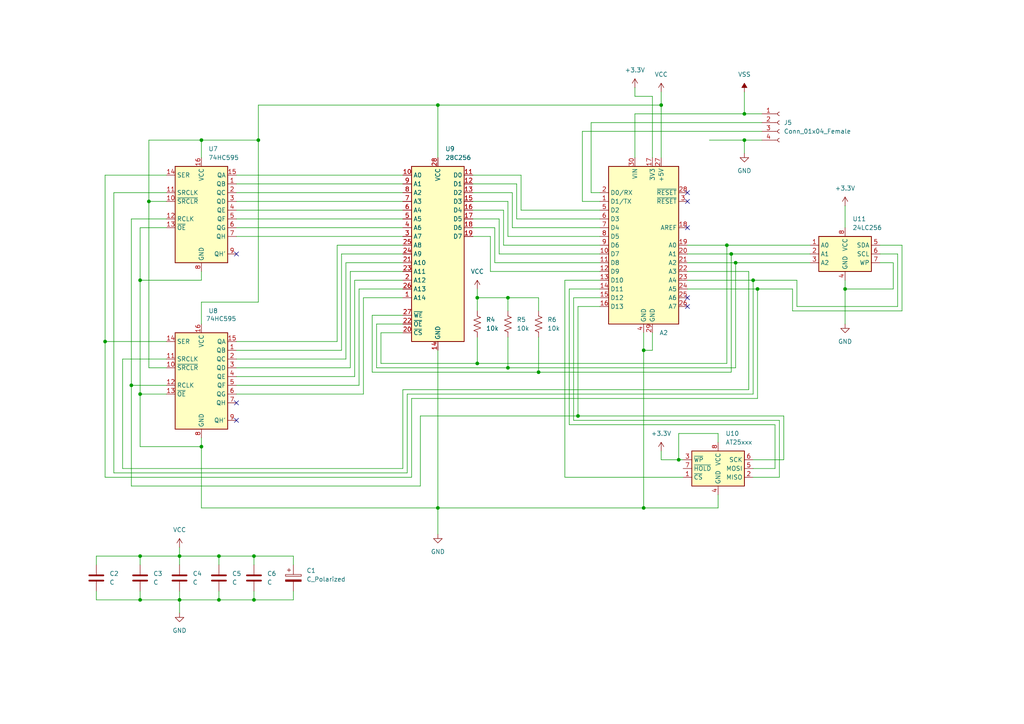
<source format=kicad_sch>
(kicad_sch
	(version 20250114)
	(generator "eeschema")
	(generator_version "9.0")
	(uuid "90d3bf81-b5ce-4e38-8a15-901dc2928781")
	(paper "A4")
	(lib_symbols
		(symbol "74xx:74HC595"
			(exclude_from_sim no)
			(in_bom yes)
			(on_board yes)
			(property "Reference" "U"
				(at -7.62 13.97 0)
				(effects
					(font
						(size 1.27 1.27)
					)
				)
			)
			(property "Value" "74HC595"
				(at -7.62 -16.51 0)
				(effects
					(font
						(size 1.27 1.27)
					)
				)
			)
			(property "Footprint" ""
				(at 0 0 0)
				(effects
					(font
						(size 1.27 1.27)
					)
					(hide yes)
				)
			)
			(property "Datasheet" "http://www.ti.com/lit/ds/symlink/sn74hc595.pdf"
				(at 0 0 0)
				(effects
					(font
						(size 1.27 1.27)
					)
					(hide yes)
				)
			)
			(property "Description" "8-bit serial in/out Shift Register 3-State Outputs"
				(at 0 0 0)
				(effects
					(font
						(size 1.27 1.27)
					)
					(hide yes)
				)
			)
			(property "ki_keywords" "HCMOS SR 3State"
				(at 0 0 0)
				(effects
					(font
						(size 1.27 1.27)
					)
					(hide yes)
				)
			)
			(property "ki_fp_filters" "DIP*W7.62mm* SOIC*3.9x9.9mm*P1.27mm* TSSOP*4.4x5mm*P0.65mm* SOIC*5.3x10.2mm*P1.27mm* SOIC*7.5x10.3mm*P1.27mm*"
				(at 0 0 0)
				(effects
					(font
						(size 1.27 1.27)
					)
					(hide yes)
				)
			)
			(symbol "74HC595_1_0"
				(pin input line
					(at -10.16 10.16 0)
					(length 2.54)
					(name "SER"
						(effects
							(font
								(size 1.27 1.27)
							)
						)
					)
					(number "14"
						(effects
							(font
								(size 1.27 1.27)
							)
						)
					)
				)
				(pin input line
					(at -10.16 5.08 0)
					(length 2.54)
					(name "SRCLK"
						(effects
							(font
								(size 1.27 1.27)
							)
						)
					)
					(number "11"
						(effects
							(font
								(size 1.27 1.27)
							)
						)
					)
				)
				(pin input line
					(at -10.16 2.54 0)
					(length 2.54)
					(name "~{SRCLR}"
						(effects
							(font
								(size 1.27 1.27)
							)
						)
					)
					(number "10"
						(effects
							(font
								(size 1.27 1.27)
							)
						)
					)
				)
				(pin input line
					(at -10.16 -2.54 0)
					(length 2.54)
					(name "RCLK"
						(effects
							(font
								(size 1.27 1.27)
							)
						)
					)
					(number "12"
						(effects
							(font
								(size 1.27 1.27)
							)
						)
					)
				)
				(pin input line
					(at -10.16 -5.08 0)
					(length 2.54)
					(name "~{OE}"
						(effects
							(font
								(size 1.27 1.27)
							)
						)
					)
					(number "13"
						(effects
							(font
								(size 1.27 1.27)
							)
						)
					)
				)
				(pin power_in line
					(at 0 15.24 270)
					(length 2.54)
					(name "VCC"
						(effects
							(font
								(size 1.27 1.27)
							)
						)
					)
					(number "16"
						(effects
							(font
								(size 1.27 1.27)
							)
						)
					)
				)
				(pin power_in line
					(at 0 -17.78 90)
					(length 2.54)
					(name "GND"
						(effects
							(font
								(size 1.27 1.27)
							)
						)
					)
					(number "8"
						(effects
							(font
								(size 1.27 1.27)
							)
						)
					)
				)
				(pin tri_state line
					(at 10.16 10.16 180)
					(length 2.54)
					(name "QA"
						(effects
							(font
								(size 1.27 1.27)
							)
						)
					)
					(number "15"
						(effects
							(font
								(size 1.27 1.27)
							)
						)
					)
				)
				(pin tri_state line
					(at 10.16 7.62 180)
					(length 2.54)
					(name "QB"
						(effects
							(font
								(size 1.27 1.27)
							)
						)
					)
					(number "1"
						(effects
							(font
								(size 1.27 1.27)
							)
						)
					)
				)
				(pin tri_state line
					(at 10.16 5.08 180)
					(length 2.54)
					(name "QC"
						(effects
							(font
								(size 1.27 1.27)
							)
						)
					)
					(number "2"
						(effects
							(font
								(size 1.27 1.27)
							)
						)
					)
				)
				(pin tri_state line
					(at 10.16 2.54 180)
					(length 2.54)
					(name "QD"
						(effects
							(font
								(size 1.27 1.27)
							)
						)
					)
					(number "3"
						(effects
							(font
								(size 1.27 1.27)
							)
						)
					)
				)
				(pin tri_state line
					(at 10.16 0 180)
					(length 2.54)
					(name "QE"
						(effects
							(font
								(size 1.27 1.27)
							)
						)
					)
					(number "4"
						(effects
							(font
								(size 1.27 1.27)
							)
						)
					)
				)
				(pin tri_state line
					(at 10.16 -2.54 180)
					(length 2.54)
					(name "QF"
						(effects
							(font
								(size 1.27 1.27)
							)
						)
					)
					(number "5"
						(effects
							(font
								(size 1.27 1.27)
							)
						)
					)
				)
				(pin tri_state line
					(at 10.16 -5.08 180)
					(length 2.54)
					(name "QG"
						(effects
							(font
								(size 1.27 1.27)
							)
						)
					)
					(number "6"
						(effects
							(font
								(size 1.27 1.27)
							)
						)
					)
				)
				(pin tri_state line
					(at 10.16 -7.62 180)
					(length 2.54)
					(name "QH"
						(effects
							(font
								(size 1.27 1.27)
							)
						)
					)
					(number "7"
						(effects
							(font
								(size 1.27 1.27)
							)
						)
					)
				)
				(pin output line
					(at 10.16 -12.7 180)
					(length 2.54)
					(name "QH'"
						(effects
							(font
								(size 1.27 1.27)
							)
						)
					)
					(number "9"
						(effects
							(font
								(size 1.27 1.27)
							)
						)
					)
				)
			)
			(symbol "74HC595_1_1"
				(rectangle
					(start -7.62 12.7)
					(end 7.62 -15.24)
					(stroke
						(width 0.254)
						(type default)
					)
					(fill
						(type background)
					)
				)
			)
			(embedded_fonts no)
		)
		(symbol "Connector:Conn_01x04_Female"
			(pin_names
				(offset 1.016)
				(hide yes)
			)
			(exclude_from_sim no)
			(in_bom yes)
			(on_board yes)
			(property "Reference" "J"
				(at 0 5.08 0)
				(effects
					(font
						(size 1.27 1.27)
					)
				)
			)
			(property "Value" "Conn_01x04_Female"
				(at 0 -7.62 0)
				(effects
					(font
						(size 1.27 1.27)
					)
				)
			)
			(property "Footprint" ""
				(at 0 0 0)
				(effects
					(font
						(size 1.27 1.27)
					)
					(hide yes)
				)
			)
			(property "Datasheet" "~"
				(at 0 0 0)
				(effects
					(font
						(size 1.27 1.27)
					)
					(hide yes)
				)
			)
			(property "Description" "Generic connector, single row, 01x04, script generated (kicad-library-utils/schlib/autogen/connector/)"
				(at 0 0 0)
				(effects
					(font
						(size 1.27 1.27)
					)
					(hide yes)
				)
			)
			(property "ki_keywords" "connector"
				(at 0 0 0)
				(effects
					(font
						(size 1.27 1.27)
					)
					(hide yes)
				)
			)
			(property "ki_fp_filters" "Connector*:*_1x??_*"
				(at 0 0 0)
				(effects
					(font
						(size 1.27 1.27)
					)
					(hide yes)
				)
			)
			(symbol "Conn_01x04_Female_1_1"
				(polyline
					(pts
						(xy -1.27 2.54) (xy -0.508 2.54)
					)
					(stroke
						(width 0.1524)
						(type default)
					)
					(fill
						(type none)
					)
				)
				(polyline
					(pts
						(xy -1.27 0) (xy -0.508 0)
					)
					(stroke
						(width 0.1524)
						(type default)
					)
					(fill
						(type none)
					)
				)
				(polyline
					(pts
						(xy -1.27 -2.54) (xy -0.508 -2.54)
					)
					(stroke
						(width 0.1524)
						(type default)
					)
					(fill
						(type none)
					)
				)
				(polyline
					(pts
						(xy -1.27 -5.08) (xy -0.508 -5.08)
					)
					(stroke
						(width 0.1524)
						(type default)
					)
					(fill
						(type none)
					)
				)
				(arc
					(start 0 2.032)
					(mid -0.5058 2.54)
					(end 0 3.048)
					(stroke
						(width 0.1524)
						(type default)
					)
					(fill
						(type none)
					)
				)
				(arc
					(start 0 -0.508)
					(mid -0.5058 0)
					(end 0 0.508)
					(stroke
						(width 0.1524)
						(type default)
					)
					(fill
						(type none)
					)
				)
				(arc
					(start 0 -3.048)
					(mid -0.5058 -2.54)
					(end 0 -2.032)
					(stroke
						(width 0.1524)
						(type default)
					)
					(fill
						(type none)
					)
				)
				(arc
					(start 0 -5.588)
					(mid -0.5058 -5.08)
					(end 0 -4.572)
					(stroke
						(width 0.1524)
						(type default)
					)
					(fill
						(type none)
					)
				)
				(pin passive line
					(at -5.08 2.54 0)
					(length 3.81)
					(name "Pin_1"
						(effects
							(font
								(size 1.27 1.27)
							)
						)
					)
					(number "1"
						(effects
							(font
								(size 1.27 1.27)
							)
						)
					)
				)
				(pin passive line
					(at -5.08 0 0)
					(length 3.81)
					(name "Pin_2"
						(effects
							(font
								(size 1.27 1.27)
							)
						)
					)
					(number "2"
						(effects
							(font
								(size 1.27 1.27)
							)
						)
					)
				)
				(pin passive line
					(at -5.08 -2.54 0)
					(length 3.81)
					(name "Pin_3"
						(effects
							(font
								(size 1.27 1.27)
							)
						)
					)
					(number "3"
						(effects
							(font
								(size 1.27 1.27)
							)
						)
					)
				)
				(pin passive line
					(at -5.08 -5.08 0)
					(length 3.81)
					(name "Pin_4"
						(effects
							(font
								(size 1.27 1.27)
							)
						)
					)
					(number "4"
						(effects
							(font
								(size 1.27 1.27)
							)
						)
					)
				)
			)
			(embedded_fonts no)
		)
		(symbol "Device:C"
			(pin_numbers
				(hide yes)
			)
			(pin_names
				(offset 0.254)
			)
			(exclude_from_sim no)
			(in_bom yes)
			(on_board yes)
			(property "Reference" "C"
				(at 0.635 2.54 0)
				(effects
					(font
						(size 1.27 1.27)
					)
					(justify left)
				)
			)
			(property "Value" "C"
				(at 0.635 -2.54 0)
				(effects
					(font
						(size 1.27 1.27)
					)
					(justify left)
				)
			)
			(property "Footprint" ""
				(at 0.9652 -3.81 0)
				(effects
					(font
						(size 1.27 1.27)
					)
					(hide yes)
				)
			)
			(property "Datasheet" "~"
				(at 0 0 0)
				(effects
					(font
						(size 1.27 1.27)
					)
					(hide yes)
				)
			)
			(property "Description" "Unpolarized capacitor"
				(at 0 0 0)
				(effects
					(font
						(size 1.27 1.27)
					)
					(hide yes)
				)
			)
			(property "ki_keywords" "cap capacitor"
				(at 0 0 0)
				(effects
					(font
						(size 1.27 1.27)
					)
					(hide yes)
				)
			)
			(property "ki_fp_filters" "C_*"
				(at 0 0 0)
				(effects
					(font
						(size 1.27 1.27)
					)
					(hide yes)
				)
			)
			(symbol "C_0_1"
				(polyline
					(pts
						(xy -2.032 0.762) (xy 2.032 0.762)
					)
					(stroke
						(width 0.508)
						(type default)
					)
					(fill
						(type none)
					)
				)
				(polyline
					(pts
						(xy -2.032 -0.762) (xy 2.032 -0.762)
					)
					(stroke
						(width 0.508)
						(type default)
					)
					(fill
						(type none)
					)
				)
			)
			(symbol "C_1_1"
				(pin passive line
					(at 0 3.81 270)
					(length 2.794)
					(name "~"
						(effects
							(font
								(size 1.27 1.27)
							)
						)
					)
					(number "1"
						(effects
							(font
								(size 1.27 1.27)
							)
						)
					)
				)
				(pin passive line
					(at 0 -3.81 90)
					(length 2.794)
					(name "~"
						(effects
							(font
								(size 1.27 1.27)
							)
						)
					)
					(number "2"
						(effects
							(font
								(size 1.27 1.27)
							)
						)
					)
				)
			)
			(embedded_fonts no)
		)
		(symbol "Device:C_Polarized"
			(pin_numbers
				(hide yes)
			)
			(pin_names
				(offset 0.254)
			)
			(exclude_from_sim no)
			(in_bom yes)
			(on_board yes)
			(property "Reference" "C"
				(at 0.635 2.54 0)
				(effects
					(font
						(size 1.27 1.27)
					)
					(justify left)
				)
			)
			(property "Value" "C_Polarized"
				(at 0.635 -2.54 0)
				(effects
					(font
						(size 1.27 1.27)
					)
					(justify left)
				)
			)
			(property "Footprint" ""
				(at 0.9652 -3.81 0)
				(effects
					(font
						(size 1.27 1.27)
					)
					(hide yes)
				)
			)
			(property "Datasheet" "~"
				(at 0 0 0)
				(effects
					(font
						(size 1.27 1.27)
					)
					(hide yes)
				)
			)
			(property "Description" "Polarized capacitor"
				(at 0 0 0)
				(effects
					(font
						(size 1.27 1.27)
					)
					(hide yes)
				)
			)
			(property "ki_keywords" "cap capacitor"
				(at 0 0 0)
				(effects
					(font
						(size 1.27 1.27)
					)
					(hide yes)
				)
			)
			(property "ki_fp_filters" "CP_*"
				(at 0 0 0)
				(effects
					(font
						(size 1.27 1.27)
					)
					(hide yes)
				)
			)
			(symbol "C_Polarized_0_1"
				(rectangle
					(start -2.286 0.508)
					(end 2.286 1.016)
					(stroke
						(width 0)
						(type default)
					)
					(fill
						(type none)
					)
				)
				(polyline
					(pts
						(xy -1.778 2.286) (xy -0.762 2.286)
					)
					(stroke
						(width 0)
						(type default)
					)
					(fill
						(type none)
					)
				)
				(polyline
					(pts
						(xy -1.27 2.794) (xy -1.27 1.778)
					)
					(stroke
						(width 0)
						(type default)
					)
					(fill
						(type none)
					)
				)
				(rectangle
					(start 2.286 -0.508)
					(end -2.286 -1.016)
					(stroke
						(width 0)
						(type default)
					)
					(fill
						(type outline)
					)
				)
			)
			(symbol "C_Polarized_1_1"
				(pin passive line
					(at 0 3.81 270)
					(length 2.794)
					(name "~"
						(effects
							(font
								(size 1.27 1.27)
							)
						)
					)
					(number "1"
						(effects
							(font
								(size 1.27 1.27)
							)
						)
					)
				)
				(pin passive line
					(at 0 -3.81 90)
					(length 2.794)
					(name "~"
						(effects
							(font
								(size 1.27 1.27)
							)
						)
					)
					(number "2"
						(effects
							(font
								(size 1.27 1.27)
							)
						)
					)
				)
			)
			(embedded_fonts no)
		)
		(symbol "Device:R_US"
			(pin_numbers
				(hide yes)
			)
			(pin_names
				(offset 0)
			)
			(exclude_from_sim no)
			(in_bom yes)
			(on_board yes)
			(property "Reference" "R"
				(at 2.54 0 90)
				(effects
					(font
						(size 1.27 1.27)
					)
				)
			)
			(property "Value" "R_US"
				(at -2.54 0 90)
				(effects
					(font
						(size 1.27 1.27)
					)
				)
			)
			(property "Footprint" ""
				(at 1.016 -0.254 90)
				(effects
					(font
						(size 1.27 1.27)
					)
					(hide yes)
				)
			)
			(property "Datasheet" "~"
				(at 0 0 0)
				(effects
					(font
						(size 1.27 1.27)
					)
					(hide yes)
				)
			)
			(property "Description" "Resistor, US symbol"
				(at 0 0 0)
				(effects
					(font
						(size 1.27 1.27)
					)
					(hide yes)
				)
			)
			(property "ki_keywords" "R res resistor"
				(at 0 0 0)
				(effects
					(font
						(size 1.27 1.27)
					)
					(hide yes)
				)
			)
			(property "ki_fp_filters" "R_*"
				(at 0 0 0)
				(effects
					(font
						(size 1.27 1.27)
					)
					(hide yes)
				)
			)
			(symbol "R_US_0_1"
				(polyline
					(pts
						(xy 0 2.286) (xy 0 2.54)
					)
					(stroke
						(width 0)
						(type default)
					)
					(fill
						(type none)
					)
				)
				(polyline
					(pts
						(xy 0 2.286) (xy 1.016 1.905) (xy 0 1.524) (xy -1.016 1.143) (xy 0 0.762)
					)
					(stroke
						(width 0)
						(type default)
					)
					(fill
						(type none)
					)
				)
				(polyline
					(pts
						(xy 0 0.762) (xy 1.016 0.381) (xy 0 0) (xy -1.016 -0.381) (xy 0 -0.762)
					)
					(stroke
						(width 0)
						(type default)
					)
					(fill
						(type none)
					)
				)
				(polyline
					(pts
						(xy 0 -0.762) (xy 1.016 -1.143) (xy 0 -1.524) (xy -1.016 -1.905) (xy 0 -2.286)
					)
					(stroke
						(width 0)
						(type default)
					)
					(fill
						(type none)
					)
				)
				(polyline
					(pts
						(xy 0 -2.286) (xy 0 -2.54)
					)
					(stroke
						(width 0)
						(type default)
					)
					(fill
						(type none)
					)
				)
			)
			(symbol "R_US_1_1"
				(pin passive line
					(at 0 3.81 270)
					(length 1.27)
					(name "~"
						(effects
							(font
								(size 1.27 1.27)
							)
						)
					)
					(number "1"
						(effects
							(font
								(size 1.27 1.27)
							)
						)
					)
				)
				(pin passive line
					(at 0 -3.81 90)
					(length 1.27)
					(name "~"
						(effects
							(font
								(size 1.27 1.27)
							)
						)
					)
					(number "2"
						(effects
							(font
								(size 1.27 1.27)
							)
						)
					)
				)
			)
			(embedded_fonts no)
		)
		(symbol "MCU_Module:Arduino_Nano_v2.x"
			(exclude_from_sim no)
			(in_bom yes)
			(on_board yes)
			(property "Reference" "A"
				(at -10.16 23.495 0)
				(effects
					(font
						(size 1.27 1.27)
					)
					(justify left bottom)
				)
			)
			(property "Value" "Arduino_Nano_v2.x"
				(at 5.08 -24.13 0)
				(effects
					(font
						(size 1.27 1.27)
					)
					(justify left top)
				)
			)
			(property "Footprint" "Module:Arduino_Nano"
				(at 0 0 0)
				(effects
					(font
						(size 1.27 1.27)
						(italic yes)
					)
					(hide yes)
				)
			)
			(property "Datasheet" "https://www.arduino.cc/en/uploads/Main/ArduinoNanoManual23.pdf"
				(at 0 0 0)
				(effects
					(font
						(size 1.27 1.27)
					)
					(hide yes)
				)
			)
			(property "Description" "Arduino Nano v2.x"
				(at 0 0 0)
				(effects
					(font
						(size 1.27 1.27)
					)
					(hide yes)
				)
			)
			(property "ki_keywords" "Arduino nano microcontroller module USB"
				(at 0 0 0)
				(effects
					(font
						(size 1.27 1.27)
					)
					(hide yes)
				)
			)
			(property "ki_fp_filters" "Arduino*Nano*"
				(at 0 0 0)
				(effects
					(font
						(size 1.27 1.27)
					)
					(hide yes)
				)
			)
			(symbol "Arduino_Nano_v2.x_0_1"
				(rectangle
					(start -10.16 22.86)
					(end 10.16 -22.86)
					(stroke
						(width 0.254)
						(type default)
					)
					(fill
						(type background)
					)
				)
			)
			(symbol "Arduino_Nano_v2.x_1_1"
				(pin bidirectional line
					(at -12.7 15.24 0)
					(length 2.54)
					(name "D0/RX"
						(effects
							(font
								(size 1.27 1.27)
							)
						)
					)
					(number "2"
						(effects
							(font
								(size 1.27 1.27)
							)
						)
					)
				)
				(pin bidirectional line
					(at -12.7 12.7 0)
					(length 2.54)
					(name "D1/TX"
						(effects
							(font
								(size 1.27 1.27)
							)
						)
					)
					(number "1"
						(effects
							(font
								(size 1.27 1.27)
							)
						)
					)
				)
				(pin bidirectional line
					(at -12.7 10.16 0)
					(length 2.54)
					(name "D2"
						(effects
							(font
								(size 1.27 1.27)
							)
						)
					)
					(number "5"
						(effects
							(font
								(size 1.27 1.27)
							)
						)
					)
				)
				(pin bidirectional line
					(at -12.7 7.62 0)
					(length 2.54)
					(name "D3"
						(effects
							(font
								(size 1.27 1.27)
							)
						)
					)
					(number "6"
						(effects
							(font
								(size 1.27 1.27)
							)
						)
					)
				)
				(pin bidirectional line
					(at -12.7 5.08 0)
					(length 2.54)
					(name "D4"
						(effects
							(font
								(size 1.27 1.27)
							)
						)
					)
					(number "7"
						(effects
							(font
								(size 1.27 1.27)
							)
						)
					)
				)
				(pin bidirectional line
					(at -12.7 2.54 0)
					(length 2.54)
					(name "D5"
						(effects
							(font
								(size 1.27 1.27)
							)
						)
					)
					(number "8"
						(effects
							(font
								(size 1.27 1.27)
							)
						)
					)
				)
				(pin bidirectional line
					(at -12.7 0 0)
					(length 2.54)
					(name "D6"
						(effects
							(font
								(size 1.27 1.27)
							)
						)
					)
					(number "9"
						(effects
							(font
								(size 1.27 1.27)
							)
						)
					)
				)
				(pin bidirectional line
					(at -12.7 -2.54 0)
					(length 2.54)
					(name "D7"
						(effects
							(font
								(size 1.27 1.27)
							)
						)
					)
					(number "10"
						(effects
							(font
								(size 1.27 1.27)
							)
						)
					)
				)
				(pin bidirectional line
					(at -12.7 -5.08 0)
					(length 2.54)
					(name "D8"
						(effects
							(font
								(size 1.27 1.27)
							)
						)
					)
					(number "11"
						(effects
							(font
								(size 1.27 1.27)
							)
						)
					)
				)
				(pin bidirectional line
					(at -12.7 -7.62 0)
					(length 2.54)
					(name "D9"
						(effects
							(font
								(size 1.27 1.27)
							)
						)
					)
					(number "12"
						(effects
							(font
								(size 1.27 1.27)
							)
						)
					)
				)
				(pin bidirectional line
					(at -12.7 -10.16 0)
					(length 2.54)
					(name "D10"
						(effects
							(font
								(size 1.27 1.27)
							)
						)
					)
					(number "13"
						(effects
							(font
								(size 1.27 1.27)
							)
						)
					)
				)
				(pin bidirectional line
					(at -12.7 -12.7 0)
					(length 2.54)
					(name "D11"
						(effects
							(font
								(size 1.27 1.27)
							)
						)
					)
					(number "14"
						(effects
							(font
								(size 1.27 1.27)
							)
						)
					)
				)
				(pin bidirectional line
					(at -12.7 -15.24 0)
					(length 2.54)
					(name "D12"
						(effects
							(font
								(size 1.27 1.27)
							)
						)
					)
					(number "15"
						(effects
							(font
								(size 1.27 1.27)
							)
						)
					)
				)
				(pin bidirectional line
					(at -12.7 -17.78 0)
					(length 2.54)
					(name "D13"
						(effects
							(font
								(size 1.27 1.27)
							)
						)
					)
					(number "16"
						(effects
							(font
								(size 1.27 1.27)
							)
						)
					)
				)
				(pin power_in line
					(at -2.54 25.4 270)
					(length 2.54)
					(name "VIN"
						(effects
							(font
								(size 1.27 1.27)
							)
						)
					)
					(number "30"
						(effects
							(font
								(size 1.27 1.27)
							)
						)
					)
				)
				(pin power_in line
					(at 0 -25.4 90)
					(length 2.54)
					(name "GND"
						(effects
							(font
								(size 1.27 1.27)
							)
						)
					)
					(number "4"
						(effects
							(font
								(size 1.27 1.27)
							)
						)
					)
				)
				(pin power_out line
					(at 2.54 25.4 270)
					(length 2.54)
					(name "3V3"
						(effects
							(font
								(size 1.27 1.27)
							)
						)
					)
					(number "17"
						(effects
							(font
								(size 1.27 1.27)
							)
						)
					)
				)
				(pin power_in line
					(at 2.54 -25.4 90)
					(length 2.54)
					(name "GND"
						(effects
							(font
								(size 1.27 1.27)
							)
						)
					)
					(number "29"
						(effects
							(font
								(size 1.27 1.27)
							)
						)
					)
				)
				(pin power_out line
					(at 5.08 25.4 270)
					(length 2.54)
					(name "+5V"
						(effects
							(font
								(size 1.27 1.27)
							)
						)
					)
					(number "27"
						(effects
							(font
								(size 1.27 1.27)
							)
						)
					)
				)
				(pin input line
					(at 12.7 15.24 180)
					(length 2.54)
					(name "~{RESET}"
						(effects
							(font
								(size 1.27 1.27)
							)
						)
					)
					(number "28"
						(effects
							(font
								(size 1.27 1.27)
							)
						)
					)
				)
				(pin input line
					(at 12.7 12.7 180)
					(length 2.54)
					(name "~{RESET}"
						(effects
							(font
								(size 1.27 1.27)
							)
						)
					)
					(number "3"
						(effects
							(font
								(size 1.27 1.27)
							)
						)
					)
				)
				(pin input line
					(at 12.7 5.08 180)
					(length 2.54)
					(name "AREF"
						(effects
							(font
								(size 1.27 1.27)
							)
						)
					)
					(number "18"
						(effects
							(font
								(size 1.27 1.27)
							)
						)
					)
				)
				(pin bidirectional line
					(at 12.7 0 180)
					(length 2.54)
					(name "A0"
						(effects
							(font
								(size 1.27 1.27)
							)
						)
					)
					(number "19"
						(effects
							(font
								(size 1.27 1.27)
							)
						)
					)
				)
				(pin bidirectional line
					(at 12.7 -2.54 180)
					(length 2.54)
					(name "A1"
						(effects
							(font
								(size 1.27 1.27)
							)
						)
					)
					(number "20"
						(effects
							(font
								(size 1.27 1.27)
							)
						)
					)
				)
				(pin bidirectional line
					(at 12.7 -5.08 180)
					(length 2.54)
					(name "A2"
						(effects
							(font
								(size 1.27 1.27)
							)
						)
					)
					(number "21"
						(effects
							(font
								(size 1.27 1.27)
							)
						)
					)
				)
				(pin bidirectional line
					(at 12.7 -7.62 180)
					(length 2.54)
					(name "A3"
						(effects
							(font
								(size 1.27 1.27)
							)
						)
					)
					(number "22"
						(effects
							(font
								(size 1.27 1.27)
							)
						)
					)
				)
				(pin bidirectional line
					(at 12.7 -10.16 180)
					(length 2.54)
					(name "A4"
						(effects
							(font
								(size 1.27 1.27)
							)
						)
					)
					(number "23"
						(effects
							(font
								(size 1.27 1.27)
							)
						)
					)
				)
				(pin bidirectional line
					(at 12.7 -12.7 180)
					(length 2.54)
					(name "A5"
						(effects
							(font
								(size 1.27 1.27)
							)
						)
					)
					(number "24"
						(effects
							(font
								(size 1.27 1.27)
							)
						)
					)
				)
				(pin bidirectional line
					(at 12.7 -15.24 180)
					(length 2.54)
					(name "A6"
						(effects
							(font
								(size 1.27 1.27)
							)
						)
					)
					(number "25"
						(effects
							(font
								(size 1.27 1.27)
							)
						)
					)
				)
				(pin bidirectional line
					(at 12.7 -17.78 180)
					(length 2.54)
					(name "A7"
						(effects
							(font
								(size 1.27 1.27)
							)
						)
					)
					(number "26"
						(effects
							(font
								(size 1.27 1.27)
							)
						)
					)
				)
			)
			(embedded_fonts no)
		)
		(symbol "Memory_EEPROM:24LC256"
			(exclude_from_sim no)
			(in_bom yes)
			(on_board yes)
			(property "Reference" "U"
				(at -6.35 6.35 0)
				(effects
					(font
						(size 1.27 1.27)
					)
				)
			)
			(property "Value" "24LC256"
				(at 1.27 6.35 0)
				(effects
					(font
						(size 1.27 1.27)
					)
					(justify left)
				)
			)
			(property "Footprint" ""
				(at 0 0 0)
				(effects
					(font
						(size 1.27 1.27)
					)
					(hide yes)
				)
			)
			(property "Datasheet" "http://ww1.microchip.com/downloads/en/devicedoc/21203m.pdf"
				(at 0 0 0)
				(effects
					(font
						(size 1.27 1.27)
					)
					(hide yes)
				)
			)
			(property "Description" "I2C Serial EEPROM, 256Kb, DIP-8/SOIC-8/TSSOP-8/DFN-8"
				(at 0 0 0)
				(effects
					(font
						(size 1.27 1.27)
					)
					(hide yes)
				)
			)
			(property "ki_keywords" "I2C Serial EEPROM"
				(at 0 0 0)
				(effects
					(font
						(size 1.27 1.27)
					)
					(hide yes)
				)
			)
			(property "ki_fp_filters" "DIP*W7.62mm* SOIC*3.9x4.9mm* TSSOP*4.4x3mm*P0.65mm* DFN*3x2mm*P0.5mm*"
				(at 0 0 0)
				(effects
					(font
						(size 1.27 1.27)
					)
					(hide yes)
				)
			)
			(symbol "24LC256_1_1"
				(rectangle
					(start -7.62 5.08)
					(end 7.62 -5.08)
					(stroke
						(width 0.254)
						(type default)
					)
					(fill
						(type background)
					)
				)
				(pin input line
					(at -10.16 2.54 0)
					(length 2.54)
					(name "A0"
						(effects
							(font
								(size 1.27 1.27)
							)
						)
					)
					(number "1"
						(effects
							(font
								(size 1.27 1.27)
							)
						)
					)
				)
				(pin input line
					(at -10.16 0 0)
					(length 2.54)
					(name "A1"
						(effects
							(font
								(size 1.27 1.27)
							)
						)
					)
					(number "2"
						(effects
							(font
								(size 1.27 1.27)
							)
						)
					)
				)
				(pin input line
					(at -10.16 -2.54 0)
					(length 2.54)
					(name "A2"
						(effects
							(font
								(size 1.27 1.27)
							)
						)
					)
					(number "3"
						(effects
							(font
								(size 1.27 1.27)
							)
						)
					)
				)
				(pin power_in line
					(at 0 7.62 270)
					(length 2.54)
					(name "VCC"
						(effects
							(font
								(size 1.27 1.27)
							)
						)
					)
					(number "8"
						(effects
							(font
								(size 1.27 1.27)
							)
						)
					)
				)
				(pin power_in line
					(at 0 -7.62 90)
					(length 2.54)
					(name "GND"
						(effects
							(font
								(size 1.27 1.27)
							)
						)
					)
					(number "4"
						(effects
							(font
								(size 1.27 1.27)
							)
						)
					)
				)
				(pin bidirectional line
					(at 10.16 2.54 180)
					(length 2.54)
					(name "SDA"
						(effects
							(font
								(size 1.27 1.27)
							)
						)
					)
					(number "5"
						(effects
							(font
								(size 1.27 1.27)
							)
						)
					)
				)
				(pin input line
					(at 10.16 0 180)
					(length 2.54)
					(name "SCL"
						(effects
							(font
								(size 1.27 1.27)
							)
						)
					)
					(number "6"
						(effects
							(font
								(size 1.27 1.27)
							)
						)
					)
				)
				(pin input line
					(at 10.16 -2.54 180)
					(length 2.54)
					(name "WP"
						(effects
							(font
								(size 1.27 1.27)
							)
						)
					)
					(number "7"
						(effects
							(font
								(size 1.27 1.27)
							)
						)
					)
				)
			)
			(embedded_fonts no)
		)
		(symbol "Memory_EEPROM:28C256"
			(exclude_from_sim no)
			(in_bom yes)
			(on_board yes)
			(property "Reference" "U"
				(at -7.62 26.67 0)
				(effects
					(font
						(size 1.27 1.27)
					)
				)
			)
			(property "Value" "28C256"
				(at 2.54 -26.67 0)
				(effects
					(font
						(size 1.27 1.27)
					)
					(justify left)
				)
			)
			(property "Footprint" ""
				(at 0 0 0)
				(effects
					(font
						(size 1.27 1.27)
					)
					(hide yes)
				)
			)
			(property "Datasheet" "http://ww1.microchip.com/downloads/en/DeviceDoc/doc0006.pdf"
				(at 0 0 0)
				(effects
					(font
						(size 1.27 1.27)
					)
					(hide yes)
				)
			)
			(property "Description" "Paged Parallel EEPROM 256Kb (32K x 8), DIP-28/SOIC-28"
				(at 0 0 0)
				(effects
					(font
						(size 1.27 1.27)
					)
					(hide yes)
				)
			)
			(property "ki_keywords" "Parallel EEPROM 256Kb"
				(at 0 0 0)
				(effects
					(font
						(size 1.27 1.27)
					)
					(hide yes)
				)
			)
			(property "ki_fp_filters" "DIP*W15.24mm* SOIC*7.5x17.9mm*P1.27mm*"
				(at 0 0 0)
				(effects
					(font
						(size 1.27 1.27)
					)
					(hide yes)
				)
			)
			(symbol "28C256_1_1"
				(rectangle
					(start -7.62 25.4)
					(end 7.62 -25.4)
					(stroke
						(width 0.254)
						(type default)
					)
					(fill
						(type background)
					)
				)
				(pin input line
					(at -10.16 22.86 0)
					(length 2.54)
					(name "A0"
						(effects
							(font
								(size 1.27 1.27)
							)
						)
					)
					(number "10"
						(effects
							(font
								(size 1.27 1.27)
							)
						)
					)
				)
				(pin input line
					(at -10.16 20.32 0)
					(length 2.54)
					(name "A1"
						(effects
							(font
								(size 1.27 1.27)
							)
						)
					)
					(number "9"
						(effects
							(font
								(size 1.27 1.27)
							)
						)
					)
				)
				(pin input line
					(at -10.16 17.78 0)
					(length 2.54)
					(name "A2"
						(effects
							(font
								(size 1.27 1.27)
							)
						)
					)
					(number "8"
						(effects
							(font
								(size 1.27 1.27)
							)
						)
					)
				)
				(pin input line
					(at -10.16 15.24 0)
					(length 2.54)
					(name "A3"
						(effects
							(font
								(size 1.27 1.27)
							)
						)
					)
					(number "7"
						(effects
							(font
								(size 1.27 1.27)
							)
						)
					)
				)
				(pin input line
					(at -10.16 12.7 0)
					(length 2.54)
					(name "A4"
						(effects
							(font
								(size 1.27 1.27)
							)
						)
					)
					(number "6"
						(effects
							(font
								(size 1.27 1.27)
							)
						)
					)
				)
				(pin input line
					(at -10.16 10.16 0)
					(length 2.54)
					(name "A5"
						(effects
							(font
								(size 1.27 1.27)
							)
						)
					)
					(number "5"
						(effects
							(font
								(size 1.27 1.27)
							)
						)
					)
				)
				(pin input line
					(at -10.16 7.62 0)
					(length 2.54)
					(name "A6"
						(effects
							(font
								(size 1.27 1.27)
							)
						)
					)
					(number "4"
						(effects
							(font
								(size 1.27 1.27)
							)
						)
					)
				)
				(pin input line
					(at -10.16 5.08 0)
					(length 2.54)
					(name "A7"
						(effects
							(font
								(size 1.27 1.27)
							)
						)
					)
					(number "3"
						(effects
							(font
								(size 1.27 1.27)
							)
						)
					)
				)
				(pin input line
					(at -10.16 2.54 0)
					(length 2.54)
					(name "A8"
						(effects
							(font
								(size 1.27 1.27)
							)
						)
					)
					(number "25"
						(effects
							(font
								(size 1.27 1.27)
							)
						)
					)
				)
				(pin input line
					(at -10.16 0 0)
					(length 2.54)
					(name "A9"
						(effects
							(font
								(size 1.27 1.27)
							)
						)
					)
					(number "24"
						(effects
							(font
								(size 1.27 1.27)
							)
						)
					)
				)
				(pin input line
					(at -10.16 -2.54 0)
					(length 2.54)
					(name "A10"
						(effects
							(font
								(size 1.27 1.27)
							)
						)
					)
					(number "21"
						(effects
							(font
								(size 1.27 1.27)
							)
						)
					)
				)
				(pin input line
					(at -10.16 -5.08 0)
					(length 2.54)
					(name "A11"
						(effects
							(font
								(size 1.27 1.27)
							)
						)
					)
					(number "23"
						(effects
							(font
								(size 1.27 1.27)
							)
						)
					)
				)
				(pin input line
					(at -10.16 -7.62 0)
					(length 2.54)
					(name "A12"
						(effects
							(font
								(size 1.27 1.27)
							)
						)
					)
					(number "2"
						(effects
							(font
								(size 1.27 1.27)
							)
						)
					)
				)
				(pin input line
					(at -10.16 -10.16 0)
					(length 2.54)
					(name "A13"
						(effects
							(font
								(size 1.27 1.27)
							)
						)
					)
					(number "26"
						(effects
							(font
								(size 1.27 1.27)
							)
						)
					)
				)
				(pin input line
					(at -10.16 -12.7 0)
					(length 2.54)
					(name "A14"
						(effects
							(font
								(size 1.27 1.27)
							)
						)
					)
					(number "1"
						(effects
							(font
								(size 1.27 1.27)
							)
						)
					)
				)
				(pin input line
					(at -10.16 -17.78 0)
					(length 2.54)
					(name "~{WE}"
						(effects
							(font
								(size 1.27 1.27)
							)
						)
					)
					(number "27"
						(effects
							(font
								(size 1.27 1.27)
							)
						)
					)
				)
				(pin input line
					(at -10.16 -20.32 0)
					(length 2.54)
					(name "~{OE}"
						(effects
							(font
								(size 1.27 1.27)
							)
						)
					)
					(number "22"
						(effects
							(font
								(size 1.27 1.27)
							)
						)
					)
				)
				(pin input line
					(at -10.16 -22.86 0)
					(length 2.54)
					(name "~{CS}"
						(effects
							(font
								(size 1.27 1.27)
							)
						)
					)
					(number "20"
						(effects
							(font
								(size 1.27 1.27)
							)
						)
					)
				)
				(pin power_in line
					(at 0 27.94 270)
					(length 2.54)
					(name "VCC"
						(effects
							(font
								(size 1.27 1.27)
							)
						)
					)
					(number "28"
						(effects
							(font
								(size 1.27 1.27)
							)
						)
					)
				)
				(pin power_in line
					(at 0 -27.94 90)
					(length 2.54)
					(name "GND"
						(effects
							(font
								(size 1.27 1.27)
							)
						)
					)
					(number "14"
						(effects
							(font
								(size 1.27 1.27)
							)
						)
					)
				)
				(pin tri_state line
					(at 10.16 22.86 180)
					(length 2.54)
					(name "D0"
						(effects
							(font
								(size 1.27 1.27)
							)
						)
					)
					(number "11"
						(effects
							(font
								(size 1.27 1.27)
							)
						)
					)
				)
				(pin tri_state line
					(at 10.16 20.32 180)
					(length 2.54)
					(name "D1"
						(effects
							(font
								(size 1.27 1.27)
							)
						)
					)
					(number "12"
						(effects
							(font
								(size 1.27 1.27)
							)
						)
					)
				)
				(pin tri_state line
					(at 10.16 17.78 180)
					(length 2.54)
					(name "D2"
						(effects
							(font
								(size 1.27 1.27)
							)
						)
					)
					(number "13"
						(effects
							(font
								(size 1.27 1.27)
							)
						)
					)
				)
				(pin tri_state line
					(at 10.16 15.24 180)
					(length 2.54)
					(name "D3"
						(effects
							(font
								(size 1.27 1.27)
							)
						)
					)
					(number "15"
						(effects
							(font
								(size 1.27 1.27)
							)
						)
					)
				)
				(pin tri_state line
					(at 10.16 12.7 180)
					(length 2.54)
					(name "D4"
						(effects
							(font
								(size 1.27 1.27)
							)
						)
					)
					(number "16"
						(effects
							(font
								(size 1.27 1.27)
							)
						)
					)
				)
				(pin tri_state line
					(at 10.16 10.16 180)
					(length 2.54)
					(name "D5"
						(effects
							(font
								(size 1.27 1.27)
							)
						)
					)
					(number "17"
						(effects
							(font
								(size 1.27 1.27)
							)
						)
					)
				)
				(pin tri_state line
					(at 10.16 7.62 180)
					(length 2.54)
					(name "D6"
						(effects
							(font
								(size 1.27 1.27)
							)
						)
					)
					(number "18"
						(effects
							(font
								(size 1.27 1.27)
							)
						)
					)
				)
				(pin tri_state line
					(at 10.16 5.08 180)
					(length 2.54)
					(name "D7"
						(effects
							(font
								(size 1.27 1.27)
							)
						)
					)
					(number "19"
						(effects
							(font
								(size 1.27 1.27)
							)
						)
					)
				)
			)
			(embedded_fonts no)
		)
		(symbol "Memory_EEPROM:AT25xxx"
			(exclude_from_sim no)
			(in_bom yes)
			(on_board yes)
			(property "Reference" "U"
				(at -7.62 6.35 0)
				(effects
					(font
						(size 1.27 1.27)
					)
				)
			)
			(property "Value" "AT25xxx"
				(at 2.54 -6.35 0)
				(effects
					(font
						(size 1.27 1.27)
					)
					(justify left)
				)
			)
			(property "Footprint" ""
				(at 0 0 0)
				(effects
					(font
						(size 1.27 1.27)
					)
					(hide yes)
				)
			)
			(property "Datasheet" "http://ww1.microchip.com/downloads/en/DeviceDoc/Atmel-8707-SEEPROM-AT25010B-020B-040B-Datasheet.pdf"
				(at 0 0 0)
				(effects
					(font
						(size 1.27 1.27)
					)
					(hide yes)
				)
			)
			(property "Description" "Microchip SPI Serial EEPROM, DIP-8/SOIC-8/TSSOP-8"
				(at 0 0 0)
				(effects
					(font
						(size 1.27 1.27)
					)
					(hide yes)
				)
			)
			(property "ki_keywords" "EEPROM memory SPI serial"
				(at 0 0 0)
				(effects
					(font
						(size 1.27 1.27)
					)
					(hide yes)
				)
			)
			(property "ki_fp_filters" "DIP*W7.62mm* SOIC*3.9x4.9mm* TSSOP*4.4x3mm*P0.65mm*"
				(at 0 0 0)
				(effects
					(font
						(size 1.27 1.27)
					)
					(hide yes)
				)
			)
			(symbol "AT25xxx_1_1"
				(rectangle
					(start -7.62 5.08)
					(end 7.62 -5.08)
					(stroke
						(width 0.254)
						(type default)
					)
					(fill
						(type background)
					)
				)
				(pin input line
					(at -10.16 2.54 0)
					(length 2.54)
					(name "~{WP}"
						(effects
							(font
								(size 1.27 1.27)
							)
						)
					)
					(number "3"
						(effects
							(font
								(size 1.27 1.27)
							)
						)
					)
				)
				(pin input line
					(at -10.16 0 0)
					(length 2.54)
					(name "~{HOLD}"
						(effects
							(font
								(size 1.27 1.27)
							)
						)
					)
					(number "7"
						(effects
							(font
								(size 1.27 1.27)
							)
						)
					)
				)
				(pin input line
					(at -10.16 -2.54 0)
					(length 2.54)
					(name "~{CS}"
						(effects
							(font
								(size 1.27 1.27)
							)
						)
					)
					(number "1"
						(effects
							(font
								(size 1.27 1.27)
							)
						)
					)
				)
				(pin power_in line
					(at 0 7.62 270)
					(length 2.54)
					(name "VCC"
						(effects
							(font
								(size 1.27 1.27)
							)
						)
					)
					(number "8"
						(effects
							(font
								(size 1.27 1.27)
							)
						)
					)
				)
				(pin power_in line
					(at 0 -7.62 90)
					(length 2.54)
					(name "GND"
						(effects
							(font
								(size 1.27 1.27)
							)
						)
					)
					(number "4"
						(effects
							(font
								(size 1.27 1.27)
							)
						)
					)
				)
				(pin input line
					(at 10.16 2.54 180)
					(length 2.54)
					(name "SCK"
						(effects
							(font
								(size 1.27 1.27)
							)
						)
					)
					(number "6"
						(effects
							(font
								(size 1.27 1.27)
							)
						)
					)
				)
				(pin input line
					(at 10.16 0 180)
					(length 2.54)
					(name "MOSI"
						(effects
							(font
								(size 1.27 1.27)
							)
						)
					)
					(number "5"
						(effects
							(font
								(size 1.27 1.27)
							)
						)
					)
				)
				(pin tri_state line
					(at 10.16 -2.54 180)
					(length 2.54)
					(name "MISO"
						(effects
							(font
								(size 1.27 1.27)
							)
						)
					)
					(number "2"
						(effects
							(font
								(size 1.27 1.27)
							)
						)
					)
				)
			)
			(embedded_fonts no)
		)
		(symbol "power:+3.3V"
			(power)
			(pin_numbers
				(hide yes)
			)
			(pin_names
				(offset 0)
				(hide yes)
			)
			(exclude_from_sim no)
			(in_bom yes)
			(on_board yes)
			(property "Reference" "#PWR"
				(at 0 -3.81 0)
				(effects
					(font
						(size 1.27 1.27)
					)
					(hide yes)
				)
			)
			(property "Value" "+3.3V"
				(at 0 3.556 0)
				(effects
					(font
						(size 1.27 1.27)
					)
				)
			)
			(property "Footprint" ""
				(at 0 0 0)
				(effects
					(font
						(size 1.27 1.27)
					)
					(hide yes)
				)
			)
			(property "Datasheet" ""
				(at 0 0 0)
				(effects
					(font
						(size 1.27 1.27)
					)
					(hide yes)
				)
			)
			(property "Description" "Power symbol creates a global label with name \"+3.3V\""
				(at 0 0 0)
				(effects
					(font
						(size 1.27 1.27)
					)
					(hide yes)
				)
			)
			(property "ki_keywords" "global power"
				(at 0 0 0)
				(effects
					(font
						(size 1.27 1.27)
					)
					(hide yes)
				)
			)
			(symbol "+3.3V_0_1"
				(polyline
					(pts
						(xy -0.762 1.27) (xy 0 2.54)
					)
					(stroke
						(width 0)
						(type default)
					)
					(fill
						(type none)
					)
				)
				(polyline
					(pts
						(xy 0 2.54) (xy 0.762 1.27)
					)
					(stroke
						(width 0)
						(type default)
					)
					(fill
						(type none)
					)
				)
				(polyline
					(pts
						(xy 0 0) (xy 0 2.54)
					)
					(stroke
						(width 0)
						(type default)
					)
					(fill
						(type none)
					)
				)
			)
			(symbol "+3.3V_1_1"
				(pin power_in line
					(at 0 0 90)
					(length 0)
					(name "~"
						(effects
							(font
								(size 1.27 1.27)
							)
						)
					)
					(number "1"
						(effects
							(font
								(size 1.27 1.27)
							)
						)
					)
				)
			)
			(embedded_fonts no)
		)
		(symbol "power:GND"
			(power)
			(pin_names
				(offset 0)
			)
			(exclude_from_sim no)
			(in_bom yes)
			(on_board yes)
			(property "Reference" "#PWR"
				(at 0 -6.35 0)
				(effects
					(font
						(size 1.27 1.27)
					)
					(hide yes)
				)
			)
			(property "Value" "GND"
				(at 0 -3.81 0)
				(effects
					(font
						(size 1.27 1.27)
					)
				)
			)
			(property "Footprint" ""
				(at 0 0 0)
				(effects
					(font
						(size 1.27 1.27)
					)
					(hide yes)
				)
			)
			(property "Datasheet" ""
				(at 0 0 0)
				(effects
					(font
						(size 1.27 1.27)
					)
					(hide yes)
				)
			)
			(property "Description" "Power symbol creates a global label with name \"GND\" , ground"
				(at 0 0 0)
				(effects
					(font
						(size 1.27 1.27)
					)
					(hide yes)
				)
			)
			(property "ki_keywords" "power-flag"
				(at 0 0 0)
				(effects
					(font
						(size 1.27 1.27)
					)
					(hide yes)
				)
			)
			(symbol "GND_0_1"
				(polyline
					(pts
						(xy 0 0) (xy 0 -1.27) (xy 1.27 -1.27) (xy 0 -2.54) (xy -1.27 -1.27) (xy 0 -1.27)
					)
					(stroke
						(width 0)
						(type default)
					)
					(fill
						(type none)
					)
				)
			)
			(symbol "GND_1_1"
				(pin power_in line
					(at 0 0 270)
					(length 0)
					(hide yes)
					(name "GND"
						(effects
							(font
								(size 1.27 1.27)
							)
						)
					)
					(number "1"
						(effects
							(font
								(size 1.27 1.27)
							)
						)
					)
				)
			)
			(embedded_fonts no)
		)
		(symbol "power:VCC"
			(power)
			(pin_names
				(offset 0)
			)
			(exclude_from_sim no)
			(in_bom yes)
			(on_board yes)
			(property "Reference" "#PWR"
				(at 0 -3.81 0)
				(effects
					(font
						(size 1.27 1.27)
					)
					(hide yes)
				)
			)
			(property "Value" "VCC"
				(at 0 3.81 0)
				(effects
					(font
						(size 1.27 1.27)
					)
				)
			)
			(property "Footprint" ""
				(at 0 0 0)
				(effects
					(font
						(size 1.27 1.27)
					)
					(hide yes)
				)
			)
			(property "Datasheet" ""
				(at 0 0 0)
				(effects
					(font
						(size 1.27 1.27)
					)
					(hide yes)
				)
			)
			(property "Description" "Power symbol creates a global label with name \"VCC\""
				(at 0 0 0)
				(effects
					(font
						(size 1.27 1.27)
					)
					(hide yes)
				)
			)
			(property "ki_keywords" "power-flag"
				(at 0 0 0)
				(effects
					(font
						(size 1.27 1.27)
					)
					(hide yes)
				)
			)
			(symbol "VCC_0_1"
				(polyline
					(pts
						(xy -0.762 1.27) (xy 0 2.54)
					)
					(stroke
						(width 0)
						(type default)
					)
					(fill
						(type none)
					)
				)
				(polyline
					(pts
						(xy 0 2.54) (xy 0.762 1.27)
					)
					(stroke
						(width 0)
						(type default)
					)
					(fill
						(type none)
					)
				)
				(polyline
					(pts
						(xy 0 0) (xy 0 2.54)
					)
					(stroke
						(width 0)
						(type default)
					)
					(fill
						(type none)
					)
				)
			)
			(symbol "VCC_1_1"
				(pin power_in line
					(at 0 0 90)
					(length 0)
					(hide yes)
					(name "VCC"
						(effects
							(font
								(size 1.27 1.27)
							)
						)
					)
					(number "1"
						(effects
							(font
								(size 1.27 1.27)
							)
						)
					)
				)
			)
			(embedded_fonts no)
		)
		(symbol "power:VSS"
			(power)
			(pin_names
				(offset 0)
			)
			(exclude_from_sim no)
			(in_bom yes)
			(on_board yes)
			(property "Reference" "#PWR"
				(at 0 -3.81 0)
				(effects
					(font
						(size 1.27 1.27)
					)
					(hide yes)
				)
			)
			(property "Value" "VSS"
				(at 0 3.81 0)
				(effects
					(font
						(size 1.27 1.27)
					)
				)
			)
			(property "Footprint" ""
				(at 0 0 0)
				(effects
					(font
						(size 1.27 1.27)
					)
					(hide yes)
				)
			)
			(property "Datasheet" ""
				(at 0 0 0)
				(effects
					(font
						(size 1.27 1.27)
					)
					(hide yes)
				)
			)
			(property "Description" "Power symbol creates a global label with name \"VSS\""
				(at 0 0 0)
				(effects
					(font
						(size 1.27 1.27)
					)
					(hide yes)
				)
			)
			(property "ki_keywords" "power-flag"
				(at 0 0 0)
				(effects
					(font
						(size 1.27 1.27)
					)
					(hide yes)
				)
			)
			(symbol "VSS_0_1"
				(polyline
					(pts
						(xy 0 0) (xy 0 2.54)
					)
					(stroke
						(width 0)
						(type default)
					)
					(fill
						(type none)
					)
				)
				(polyline
					(pts
						(xy 0.762 1.27) (xy -0.762 1.27) (xy 0 2.54) (xy 0.762 1.27)
					)
					(stroke
						(width 0)
						(type default)
					)
					(fill
						(type outline)
					)
				)
			)
			(symbol "VSS_1_1"
				(pin power_in line
					(at 0 0 90)
					(length 0)
					(hide yes)
					(name "VSS"
						(effects
							(font
								(size 1.27 1.27)
							)
						)
					)
					(number "1"
						(effects
							(font
								(size 1.27 1.27)
							)
						)
					)
				)
			)
			(embedded_fonts no)
		)
	)
	(junction
		(at 219.71 83.82)
		(diameter 0)
		(color 0 0 0 0)
		(uuid "04af0e16-b81a-485e-9463-8831e0814ce5")
	)
	(junction
		(at 63.5 173.99)
		(diameter 0)
		(color 0 0 0 0)
		(uuid "0ade51b1-cff3-4ea8-ab8f-d8de24d9558f")
	)
	(junction
		(at 30.48 99.06)
		(diameter 0)
		(color 0 0 0 0)
		(uuid "0e13f47a-a0b3-401e-a2ac-d697700ccc0a")
	)
	(junction
		(at 138.43 86.36)
		(diameter 0)
		(color 0 0 0 0)
		(uuid "11e7ae98-8030-4c02-83b1-ee9940b9ec35")
	)
	(junction
		(at 40.64 81.28)
		(diameter 0)
		(color 0 0 0 0)
		(uuid "1cdaf617-dfa0-4ad9-9dc4-cd8d3ecb2cd9")
	)
	(junction
		(at 52.07 173.99)
		(diameter 0)
		(color 0 0 0 0)
		(uuid "20f37098-0413-4a31-a33b-cee886e01ffe")
	)
	(junction
		(at 73.66 173.99)
		(diameter 0)
		(color 0 0 0 0)
		(uuid "21207ae0-5d75-43b3-9e24-8fc708a98a82")
	)
	(junction
		(at 138.43 105.41)
		(diameter 0)
		(color 0 0 0 0)
		(uuid "22ef8e73-afb5-4270-98fb-55745d11d462")
	)
	(junction
		(at 213.36 76.2)
		(diameter 0)
		(color 0 0 0 0)
		(uuid "2a665bff-f445-4230-8619-7e3120de4f7a")
	)
	(junction
		(at 58.42 129.54)
		(diameter 0)
		(color 0 0 0 0)
		(uuid "36f4a511-49ed-4e88-a1f8-36febdaf8380")
	)
	(junction
		(at 215.9 33.02)
		(diameter 0)
		(color 0 0 0 0)
		(uuid "3a63f81a-031f-4f80-b208-7cb883763d98")
	)
	(junction
		(at 212.09 73.66)
		(diameter 0)
		(color 0 0 0 0)
		(uuid "3bcd6d34-6785-43be-a75c-815d9801e2e7")
	)
	(junction
		(at 186.69 147.32)
		(diameter 0)
		(color 0 0 0 0)
		(uuid "3f891ac9-1b25-48f5-ba78-844ac5884d78")
	)
	(junction
		(at 40.64 173.99)
		(diameter 0)
		(color 0 0 0 0)
		(uuid "49fb9a5e-67cf-4c8c-8f7e-2db58b98489f")
	)
	(junction
		(at 245.11 83.82)
		(diameter 0)
		(color 0 0 0 0)
		(uuid "4b2c7268-76d7-4d3e-8862-de5e3a678fd2")
	)
	(junction
		(at 215.9 40.64)
		(diameter 0)
		(color 0 0 0 0)
		(uuid "67d6c825-aa09-4423-b290-6cac04c869db")
	)
	(junction
		(at 63.5 161.29)
		(diameter 0)
		(color 0 0 0 0)
		(uuid "6faa0bce-f15f-4dc6-bfed-ea559feca568")
	)
	(junction
		(at 156.21 107.95)
		(diameter 0)
		(color 0 0 0 0)
		(uuid "70fc4fb3-21a2-42d5-ab92-444ce077fde1")
	)
	(junction
		(at 147.32 106.68)
		(diameter 0)
		(color 0 0 0 0)
		(uuid "85f89372-0ed2-47a4-abb3-74d9e58fc89b")
	)
	(junction
		(at 218.44 81.28)
		(diameter 0)
		(color 0 0 0 0)
		(uuid "88fbee67-454b-4dab-8226-e566ba11b363")
	)
	(junction
		(at 40.64 161.29)
		(diameter 0)
		(color 0 0 0 0)
		(uuid "9033fee7-ca59-4867-bc1a-e05ee8cf8563")
	)
	(junction
		(at 52.07 161.29)
		(diameter 0)
		(color 0 0 0 0)
		(uuid "9047a54a-b528-42a2-ae8e-8be772019c57")
	)
	(junction
		(at 167.64 120.65)
		(diameter 0)
		(color 0 0 0 0)
		(uuid "91486ee8-5cb5-4337-891b-3605b3cd0863")
	)
	(junction
		(at 38.1 111.76)
		(diameter 0)
		(color 0 0 0 0)
		(uuid "9410d72b-d387-4216-96fa-151b84ef06c9")
	)
	(junction
		(at 127 30.48)
		(diameter 0)
		(color 0 0 0 0)
		(uuid "975a418e-3437-4f44-91bc-ceb69f2834ed")
	)
	(junction
		(at 58.42 40.64)
		(diameter 0)
		(color 0 0 0 0)
		(uuid "ade6c3b5-2c48-49f3-8922-9124cba9f8f0")
	)
	(junction
		(at 196.85 133.35)
		(diameter 0)
		(color 0 0 0 0)
		(uuid "ae49ede3-3f81-4f0a-ad64-6ed15b04830b")
	)
	(junction
		(at 147.32 86.36)
		(diameter 0)
		(color 0 0 0 0)
		(uuid "b4c5efdd-884f-471c-bb47-e4b531173fb6")
	)
	(junction
		(at 210.82 71.12)
		(diameter 0)
		(color 0 0 0 0)
		(uuid "ba5c97e9-c3c0-4092-af2c-a0748f0e93b9")
	)
	(junction
		(at 74.93 40.64)
		(diameter 0)
		(color 0 0 0 0)
		(uuid "c0311257-028c-452f-98e4-504e8835f075")
	)
	(junction
		(at 40.64 114.3)
		(diameter 0)
		(color 0 0 0 0)
		(uuid "dc81a329-8990-432c-96c7-84e4a0e65ee7")
	)
	(junction
		(at 73.66 161.29)
		(diameter 0)
		(color 0 0 0 0)
		(uuid "dcff24aa-8ee6-4749-9205-73ba8d53368f")
	)
	(junction
		(at 127 147.32)
		(diameter 0)
		(color 0 0 0 0)
		(uuid "e1eda3eb-4187-4490-8c12-96a87916c979")
	)
	(junction
		(at 186.69 101.6)
		(diameter 0)
		(color 0 0 0 0)
		(uuid "e258d766-b8b5-482e-9e99-a3e17b3045c1")
	)
	(junction
		(at 191.77 30.48)
		(diameter 0)
		(color 0 0 0 0)
		(uuid "e640aaa5-b94d-48e5-91ab-7680534c02b1")
	)
	(junction
		(at 43.18 58.42)
		(diameter 0)
		(color 0 0 0 0)
		(uuid "fe9566e6-8c2b-4a3a-be98-6a9f0ee32893")
	)
	(no_connect
		(at 199.39 88.9)
		(uuid "154030b7-7cc4-4ef4-9fa2-0fa364f29cfa")
	)
	(no_connect
		(at 199.39 55.88)
		(uuid "1ad3e63f-2a49-4e72-a436-f09550f813e6")
	)
	(no_connect
		(at 199.39 66.04)
		(uuid "26b195a2-3f0a-45d6-8603-ca6e14be9a69")
	)
	(no_connect
		(at 199.39 86.36)
		(uuid "2f5b80de-78fa-486c-8a55-5e71766e2134")
	)
	(no_connect
		(at 68.58 121.92)
		(uuid "60118120-501c-4875-a2c0-5b734e3ed877")
	)
	(no_connect
		(at 68.58 116.84)
		(uuid "65bf4852-b336-4b73-a124-a1f55f3b6f69")
	)
	(no_connect
		(at 68.58 73.66)
		(uuid "6cb14000-c921-4374-ae34-018143e005c7")
	)
	(no_connect
		(at 199.39 58.42)
		(uuid "bc2fd00e-eaf9-4898-b702-9b77d91c655e")
	)
	(wire
		(pts
			(xy 48.26 106.68) (xy 43.18 106.68)
		)
		(stroke
			(width 0)
			(type default)
		)
		(uuid "0047318b-2777-455a-bbc5-300fb87f113a")
	)
	(wire
		(pts
			(xy 116.84 78.74) (xy 101.6 78.74)
		)
		(stroke
			(width 0)
			(type default)
		)
		(uuid "004d35e0-aa94-410f-a277-22f1eb6ad94a")
	)
	(wire
		(pts
			(xy 186.69 101.6) (xy 186.69 147.32)
		)
		(stroke
			(width 0)
			(type default)
		)
		(uuid "01dda77a-e051-42a0-b443-9a27305189fe")
	)
	(wire
		(pts
			(xy 212.09 107.95) (xy 212.09 73.66)
		)
		(stroke
			(width 0)
			(type default)
		)
		(uuid "026ab272-8c00-4325-b1c7-b5ec6279e24e")
	)
	(wire
		(pts
			(xy 116.84 83.82) (xy 104.14 83.82)
		)
		(stroke
			(width 0)
			(type default)
		)
		(uuid "03b65ebd-feca-4cf8-a995-6e1217e01166")
	)
	(wire
		(pts
			(xy 58.42 129.54) (xy 58.42 147.32)
		)
		(stroke
			(width 0)
			(type default)
		)
		(uuid "04384862-6832-4255-bc7d-05e0744edbb1")
	)
	(wire
		(pts
			(xy 105.41 114.3) (xy 105.41 86.36)
		)
		(stroke
			(width 0)
			(type default)
		)
		(uuid "04b8f157-f89a-4054-804b-3c2bea222220")
	)
	(wire
		(pts
			(xy 30.48 99.06) (xy 30.48 138.43)
		)
		(stroke
			(width 0)
			(type default)
		)
		(uuid "05ce41e0-cee2-4243-804b-a0eaf44ef518")
	)
	(wire
		(pts
			(xy 147.32 106.68) (xy 213.36 106.68)
		)
		(stroke
			(width 0)
			(type default)
		)
		(uuid "079d0c5e-78f5-4655-acae-4c4d44f79a3d")
	)
	(wire
		(pts
			(xy 167.64 88.9) (xy 167.64 120.65)
		)
		(stroke
			(width 0)
			(type default)
		)
		(uuid "0a93cd7e-bce8-4adb-9d1f-0a9b55dac2da")
	)
	(wire
		(pts
			(xy 199.39 76.2) (xy 213.36 76.2)
		)
		(stroke
			(width 0)
			(type default)
		)
		(uuid "0aeae3f2-7aed-426c-948d-54cc25d7a38d")
	)
	(wire
		(pts
			(xy 215.9 40.64) (xy 220.98 40.64)
		)
		(stroke
			(width 0)
			(type default)
		)
		(uuid "0d9f32a7-fe03-4ebd-8a76-dab507d18bb7")
	)
	(wire
		(pts
			(xy 138.43 97.79) (xy 138.43 105.41)
		)
		(stroke
			(width 0)
			(type default)
		)
		(uuid "0e948182-5a3b-49d1-9c62-f9f2eb619329")
	)
	(wire
		(pts
			(xy 104.14 83.82) (xy 104.14 111.76)
		)
		(stroke
			(width 0)
			(type default)
		)
		(uuid "0f4db44e-8538-4ce5-b113-72f1367701ea")
	)
	(wire
		(pts
			(xy 138.43 86.36) (xy 138.43 83.82)
		)
		(stroke
			(width 0)
			(type default)
		)
		(uuid "10dc6508-788a-44c4-aa1c-f91177e7397c")
	)
	(wire
		(pts
			(xy 189.23 96.52) (xy 189.23 101.6)
		)
		(stroke
			(width 0)
			(type default)
		)
		(uuid "1101dc3f-793b-4311-a5a6-36ea488dee9a")
	)
	(wire
		(pts
			(xy 40.64 66.04) (xy 40.64 81.28)
		)
		(stroke
			(width 0)
			(type default)
		)
		(uuid "1268f5d4-6556-402c-bb0a-763ec07ae83f")
	)
	(wire
		(pts
			(xy 208.28 147.32) (xy 208.28 143.51)
		)
		(stroke
			(width 0)
			(type default)
		)
		(uuid "1390decc-b896-4f74-b5fb-e80457b2b5ca")
	)
	(wire
		(pts
			(xy 215.9 40.64) (xy 215.9 44.45)
		)
		(stroke
			(width 0)
			(type default)
		)
		(uuid "14d3c600-49a0-4afc-bbe2-f7e4f07ad833")
	)
	(wire
		(pts
			(xy 226.06 121.92) (xy 226.06 138.43)
		)
		(stroke
			(width 0)
			(type default)
		)
		(uuid "174c6e99-e3be-453f-9b8b-7bd6e27cf098")
	)
	(wire
		(pts
			(xy 189.23 27.94) (xy 184.15 27.94)
		)
		(stroke
			(width 0)
			(type default)
		)
		(uuid "18301d50-653e-40c1-a2f8-755c2bece1d6")
	)
	(wire
		(pts
			(xy 68.58 114.3) (xy 105.41 114.3)
		)
		(stroke
			(width 0)
			(type default)
		)
		(uuid "18e01973-05d6-4450-b705-e6c7d7aee378")
	)
	(wire
		(pts
			(xy 215.9 26.67) (xy 215.9 33.02)
		)
		(stroke
			(width 0)
			(type default)
		)
		(uuid "1d0fab15-b925-47ef-a70d-4770f2b521a5")
	)
	(wire
		(pts
			(xy 74.93 30.48) (xy 74.93 40.64)
		)
		(stroke
			(width 0)
			(type default)
		)
		(uuid "20a5f627-992e-47ec-9576-124dd73e7175")
	)
	(wire
		(pts
			(xy 137.16 63.5) (xy 144.78 63.5)
		)
		(stroke
			(width 0)
			(type default)
		)
		(uuid "20eb8105-94e4-4eac-bee0-9a1813e8bbc9")
	)
	(wire
		(pts
			(xy 107.95 91.44) (xy 116.84 91.44)
		)
		(stroke
			(width 0)
			(type default)
		)
		(uuid "215b1be2-2fde-4ec2-9982-41314f244574")
	)
	(wire
		(pts
			(xy 30.48 99.06) (xy 48.26 99.06)
		)
		(stroke
			(width 0)
			(type default)
		)
		(uuid "21e5a2f9-e476-4dac-9204-bd425788ce37")
	)
	(wire
		(pts
			(xy 215.9 33.02) (xy 220.98 33.02)
		)
		(stroke
			(width 0)
			(type default)
		)
		(uuid "2220b760-015e-4da2-ab33-eb186f1e8d0e")
	)
	(wire
		(pts
			(xy 189.23 45.72) (xy 189.23 27.94)
		)
		(stroke
			(width 0)
			(type default)
		)
		(uuid "222679c3-b95a-46fc-9555-92c1901df3f4")
	)
	(wire
		(pts
			(xy 102.87 109.22) (xy 102.87 81.28)
		)
		(stroke
			(width 0)
			(type default)
		)
		(uuid "22356723-5ee9-4203-967d-005431358816")
	)
	(wire
		(pts
			(xy 43.18 106.68) (xy 43.18 58.42)
		)
		(stroke
			(width 0)
			(type default)
		)
		(uuid "22b5767c-50bc-4c09-91dd-aff4776b621b")
	)
	(wire
		(pts
			(xy 118.11 137.16) (xy 118.11 114.3)
		)
		(stroke
			(width 0)
			(type default)
		)
		(uuid "24075bbd-9013-47c7-aabb-39a46493acfa")
	)
	(wire
		(pts
			(xy 107.95 107.95) (xy 156.21 107.95)
		)
		(stroke
			(width 0)
			(type default)
		)
		(uuid "260538b3-c7d8-4e53-ba51-9feb94a773e0")
	)
	(wire
		(pts
			(xy 199.39 78.74) (xy 217.17 78.74)
		)
		(stroke
			(width 0)
			(type default)
		)
		(uuid "27e933fb-1731-4a45-bb9f-b929b18f5869")
	)
	(wire
		(pts
			(xy 171.45 55.88) (xy 171.45 35.56)
		)
		(stroke
			(width 0)
			(type default)
		)
		(uuid "289b8d7d-bcb4-4b17-a82e-609877818ec0")
	)
	(wire
		(pts
			(xy 173.99 58.42) (xy 168.91 58.42)
		)
		(stroke
			(width 0)
			(type default)
		)
		(uuid "28fc2614-7e3f-46e7-895d-11a55d2d5b6b")
	)
	(wire
		(pts
			(xy 219.71 115.57) (xy 219.71 83.82)
		)
		(stroke
			(width 0)
			(type default)
		)
		(uuid "2a18caa3-a3de-4693-a6d5-306db074ff92")
	)
	(wire
		(pts
			(xy 68.58 109.22) (xy 102.87 109.22)
		)
		(stroke
			(width 0)
			(type default)
		)
		(uuid "2b83c34e-4b64-41a2-bbb6-112d19d2388b")
	)
	(wire
		(pts
			(xy 199.39 83.82) (xy 219.71 83.82)
		)
		(stroke
			(width 0)
			(type default)
		)
		(uuid "2c24f0c6-c441-43d7-9395-236a2e891749")
	)
	(wire
		(pts
			(xy 260.35 88.9) (xy 260.35 73.66)
		)
		(stroke
			(width 0)
			(type default)
		)
		(uuid "2e13272f-d0c0-44f3-983c-7c80b5caa44f")
	)
	(wire
		(pts
			(xy 245.11 83.82) (xy 245.11 93.98)
		)
		(stroke
			(width 0)
			(type default)
		)
		(uuid "2e13d245-078d-432c-a05e-40f87b02583a")
	)
	(wire
		(pts
			(xy 137.16 53.34) (xy 149.86 53.34)
		)
		(stroke
			(width 0)
			(type default)
		)
		(uuid "2eb461a1-4e7b-455f-ab28-4d8bab3adeec")
	)
	(wire
		(pts
			(xy 127 147.32) (xy 127 154.94)
		)
		(stroke
			(width 0)
			(type default)
		)
		(uuid "31b9af3c-3b2d-4e93-998d-00f3830be75a")
	)
	(wire
		(pts
			(xy 105.41 86.36) (xy 116.84 86.36)
		)
		(stroke
			(width 0)
			(type default)
		)
		(uuid "332b88e0-ea5e-4280-9357-b94b1a349dbc")
	)
	(wire
		(pts
			(xy 191.77 133.35) (xy 196.85 133.35)
		)
		(stroke
			(width 0)
			(type default)
		)
		(uuid "34679683-9732-4f55-b612-edd64f47caea")
	)
	(wire
		(pts
			(xy 165.1 83.82) (xy 173.99 83.82)
		)
		(stroke
			(width 0)
			(type default)
		)
		(uuid "35e2e08e-976f-467d-aef1-7eff472f5d8e")
	)
	(wire
		(pts
			(xy 27.94 171.45) (xy 27.94 173.99)
		)
		(stroke
			(width 0)
			(type default)
		)
		(uuid "372dae79-ae80-401b-bbd0-8a51a0069049")
	)
	(wire
		(pts
			(xy 68.58 53.34) (xy 116.84 53.34)
		)
		(stroke
			(width 0)
			(type default)
		)
		(uuid "378694fb-02a4-46e2-ad6c-6583512c4e92")
	)
	(wire
		(pts
			(xy 58.42 81.28) (xy 58.42 78.74)
		)
		(stroke
			(width 0)
			(type default)
		)
		(uuid "38b3242e-74cd-4588-bf2a-249ed79b97e1")
	)
	(wire
		(pts
			(xy 147.32 58.42) (xy 147.32 68.58)
		)
		(stroke
			(width 0)
			(type default)
		)
		(uuid "3c3f75e7-361c-4a51-951f-9a16984b7be4")
	)
	(wire
		(pts
			(xy 109.22 106.68) (xy 147.32 106.68)
		)
		(stroke
			(width 0)
			(type default)
		)
		(uuid "3c4fa60f-b56f-4a06-a3fd-f9bb5b688e90")
	)
	(wire
		(pts
			(xy 101.6 78.74) (xy 101.6 106.68)
		)
		(stroke
			(width 0)
			(type default)
		)
		(uuid "3cee553c-91b9-413d-9755-c8d21c0fca70")
	)
	(wire
		(pts
			(xy 74.93 40.64) (xy 74.93 87.63)
		)
		(stroke
			(width 0)
			(type default)
		)
		(uuid "3dfc2978-9264-46c7-b840-252cb8a20283")
	)
	(wire
		(pts
			(xy 208.28 125.73) (xy 196.85 125.73)
		)
		(stroke
			(width 0)
			(type default)
		)
		(uuid "3e021080-8ecb-417b-9eac-de5377f3b9f8")
	)
	(wire
		(pts
			(xy 218.44 81.28) (xy 231.14 81.28)
		)
		(stroke
			(width 0)
			(type default)
		)
		(uuid "3e9bdaa1-6ac4-4581-9de9-936e10213a35")
	)
	(wire
		(pts
			(xy 121.92 140.97) (xy 38.1 140.97)
		)
		(stroke
			(width 0)
			(type default)
		)
		(uuid "3f56f6af-5a48-4fbc-9c93-73675b866db3")
	)
	(wire
		(pts
			(xy 48.26 63.5) (xy 38.1 63.5)
		)
		(stroke
			(width 0)
			(type default)
		)
		(uuid "401d5fb5-0054-4123-a164-1393b809239f")
	)
	(wire
		(pts
			(xy 165.1 123.19) (xy 224.79 123.19)
		)
		(stroke
			(width 0)
			(type default)
		)
		(uuid "40850281-289d-4b89-a7f8-799dc80ed641")
	)
	(wire
		(pts
			(xy 27.94 161.29) (xy 40.64 161.29)
		)
		(stroke
			(width 0)
			(type default)
		)
		(uuid "41792cd3-33e2-4f0f-b597-34d07c1b0f46")
	)
	(wire
		(pts
			(xy 261.62 90.17) (xy 261.62 71.12)
		)
		(stroke
			(width 0)
			(type default)
		)
		(uuid "4411edfa-6bdc-407c-a3c3-70617d06764d")
	)
	(wire
		(pts
			(xy 52.07 171.45) (xy 52.07 173.99)
		)
		(stroke
			(width 0)
			(type default)
		)
		(uuid "4420a99c-68ff-4f42-98d2-1690fff66c53")
	)
	(wire
		(pts
			(xy 119.38 138.43) (xy 119.38 115.57)
		)
		(stroke
			(width 0)
			(type default)
		)
		(uuid "4428f454-2f5f-4fdb-8ba2-122232ff0fa5")
	)
	(wire
		(pts
			(xy 167.64 120.65) (xy 121.92 120.65)
		)
		(stroke
			(width 0)
			(type default)
		)
		(uuid "45887e1c-9c22-4ba2-a819-217f6a343082")
	)
	(wire
		(pts
			(xy 196.85 133.35) (xy 198.12 133.35)
		)
		(stroke
			(width 0)
			(type default)
		)
		(uuid "45eaf72f-c2ba-4489-8e68-fb6676951f9c")
	)
	(wire
		(pts
			(xy 137.16 55.88) (xy 148.59 55.88)
		)
		(stroke
			(width 0)
			(type default)
		)
		(uuid "47a007fe-d27a-4717-935c-b71c9f0fe7a8")
	)
	(wire
		(pts
			(xy 231.14 88.9) (xy 260.35 88.9)
		)
		(stroke
			(width 0)
			(type default)
		)
		(uuid "483658bc-7e99-41ad-b59d-0c86d22abc42")
	)
	(wire
		(pts
			(xy 52.07 173.99) (xy 63.5 173.99)
		)
		(stroke
			(width 0)
			(type default)
		)
		(uuid "4a0716e4-2679-4dd0-9241-40d94c68bb6a")
	)
	(wire
		(pts
			(xy 40.64 81.28) (xy 40.64 114.3)
		)
		(stroke
			(width 0)
			(type default)
		)
		(uuid "4a08be94-354c-417b-97e0-c53c9152390a")
	)
	(wire
		(pts
			(xy 58.42 87.63) (xy 74.93 87.63)
		)
		(stroke
			(width 0)
			(type default)
		)
		(uuid "4a86b055-627e-4c3c-b9d5-c81764c2ca4e")
	)
	(wire
		(pts
			(xy 165.1 83.82) (xy 165.1 123.19)
		)
		(stroke
			(width 0)
			(type default)
		)
		(uuid "4aca17dc-da73-43a0-9445-669d74bbcad4")
	)
	(wire
		(pts
			(xy 27.94 163.83) (xy 27.94 161.29)
		)
		(stroke
			(width 0)
			(type default)
		)
		(uuid "4b814ef9-0910-4a2f-8739-3a2bfcd73480")
	)
	(wire
		(pts
			(xy 102.87 81.28) (xy 116.84 81.28)
		)
		(stroke
			(width 0)
			(type default)
		)
		(uuid "4ef705b7-1969-41af-b7de-45ac404cf49c")
	)
	(wire
		(pts
			(xy 107.95 91.44) (xy 107.95 107.95)
		)
		(stroke
			(width 0)
			(type default)
		)
		(uuid "4f7ace47-fdf7-401f-963a-e3182b4d3592")
	)
	(wire
		(pts
			(xy 68.58 55.88) (xy 116.84 55.88)
		)
		(stroke
			(width 0)
			(type default)
		)
		(uuid "53ef083b-d598-401a-ae2c-ba5885a282f8")
	)
	(wire
		(pts
			(xy 137.16 60.96) (xy 146.05 60.96)
		)
		(stroke
			(width 0)
			(type default)
		)
		(uuid "540569e2-a41e-40ca-95b4-d4b88385fbca")
	)
	(wire
		(pts
			(xy 143.51 66.04) (xy 143.51 76.2)
		)
		(stroke
			(width 0)
			(type default)
		)
		(uuid "548746ef-af1a-4072-ad12-10a2d7411922")
	)
	(wire
		(pts
			(xy 245.11 83.82) (xy 259.08 83.82)
		)
		(stroke
			(width 0)
			(type default)
		)
		(uuid "57182658-308f-49b9-aff6-2a4266c14118")
	)
	(wire
		(pts
			(xy 30.48 50.8) (xy 48.26 50.8)
		)
		(stroke
			(width 0)
			(type default)
		)
		(uuid "5bea4536-3112-4a9a-9070-4229514f6b79")
	)
	(wire
		(pts
			(xy 149.86 53.34) (xy 149.86 63.5)
		)
		(stroke
			(width 0)
			(type default)
		)
		(uuid "5ef5b561-f69b-4654-b412-d1ae75a18e4b")
	)
	(wire
		(pts
			(xy 186.69 101.6) (xy 189.23 101.6)
		)
		(stroke
			(width 0)
			(type default)
		)
		(uuid "60f1b8b3-e7f3-4a65-95c6-8a2ef4f431dc")
	)
	(wire
		(pts
			(xy 68.58 104.14) (xy 100.33 104.14)
		)
		(stroke
			(width 0)
			(type default)
		)
		(uuid "61001983-c304-4322-a2df-d359cf01ca55")
	)
	(wire
		(pts
			(xy 127 101.6) (xy 127 147.32)
		)
		(stroke
			(width 0)
			(type default)
		)
		(uuid "623b494d-1310-4dcf-b2ae-283213fb965d")
	)
	(wire
		(pts
			(xy 168.91 38.1) (xy 220.98 38.1)
		)
		(stroke
			(width 0)
			(type default)
		)
		(uuid "66e9934b-90d9-458f-9fcd-4a2dbca84a32")
	)
	(wire
		(pts
			(xy 166.37 121.92) (xy 226.06 121.92)
		)
		(stroke
			(width 0)
			(type default)
		)
		(uuid "67438c44-0647-444f-ba3f-24bed52fcd46")
	)
	(wire
		(pts
			(xy 227.33 120.65) (xy 227.33 133.35)
		)
		(stroke
			(width 0)
			(type default)
		)
		(uuid "6aaa45b6-553a-433d-9796-3f7a4661aa52")
	)
	(wire
		(pts
			(xy 184.15 33.02) (xy 215.9 33.02)
		)
		(stroke
			(width 0)
			(type default)
		)
		(uuid "6bbf731f-da04-4924-addd-bb24ef3224bb")
	)
	(wire
		(pts
			(xy 213.36 76.2) (xy 234.95 76.2)
		)
		(stroke
			(width 0)
			(type default)
		)
		(uuid "6bd7a4cb-9d04-4b60-b91d-e03d1738fa04")
	)
	(wire
		(pts
			(xy 85.09 173.99) (xy 85.09 171.45)
		)
		(stroke
			(width 0)
			(type default)
		)
		(uuid "6c42b41e-ea70-4dd1-b52e-a679556320d6")
	)
	(wire
		(pts
			(xy 58.42 81.28) (xy 40.64 81.28)
		)
		(stroke
			(width 0)
			(type default)
		)
		(uuid "6e254556-5ae7-4623-85b4-c424441f4b32")
	)
	(wire
		(pts
			(xy 156.21 86.36) (xy 147.32 86.36)
		)
		(stroke
			(width 0)
			(type default)
		)
		(uuid "6e2708f7-ce0c-425c-8b54-2d04c4190e2e")
	)
	(wire
		(pts
			(xy 33.02 137.16) (xy 33.02 55.88)
		)
		(stroke
			(width 0)
			(type default)
		)
		(uuid "6e92ed2b-fc84-4235-94c6-4314c98d2d7a")
	)
	(wire
		(pts
			(xy 191.77 26.67) (xy 191.77 30.48)
		)
		(stroke
			(width 0)
			(type default)
		)
		(uuid "6e9316e9-894e-4634-89b7-d10bdaa533b4")
	)
	(wire
		(pts
			(xy 40.64 173.99) (xy 27.94 173.99)
		)
		(stroke
			(width 0)
			(type default)
		)
		(uuid "6ee22eb3-9ac9-404b-ae00-b18e9f114e2e")
	)
	(wire
		(pts
			(xy 116.84 135.89) (xy 116.84 113.03)
		)
		(stroke
			(width 0)
			(type default)
		)
		(uuid "6f1bcb5b-bf5d-4ec0-a758-bd10c5f99f41")
	)
	(wire
		(pts
			(xy 73.66 171.45) (xy 73.66 173.99)
		)
		(stroke
			(width 0)
			(type default)
		)
		(uuid "6f93e6df-762c-45df-b8db-c6d6540fbe6e")
	)
	(wire
		(pts
			(xy 43.18 58.42) (xy 43.18 40.64)
		)
		(stroke
			(width 0)
			(type default)
		)
		(uuid "70907d46-df7f-4061-a085-4867fbfca420")
	)
	(wire
		(pts
			(xy 58.42 87.63) (xy 58.42 93.98)
		)
		(stroke
			(width 0)
			(type default)
		)
		(uuid "7099a27e-8b8a-48c5-a579-310804db4aae")
	)
	(wire
		(pts
			(xy 33.02 55.88) (xy 48.26 55.88)
		)
		(stroke
			(width 0)
			(type default)
		)
		(uuid "70c2abed-5371-4001-868e-867adfc7d771")
	)
	(wire
		(pts
			(xy 58.42 40.64) (xy 58.42 45.72)
		)
		(stroke
			(width 0)
			(type default)
		)
		(uuid "70cf8155-f6de-477b-a904-7bc6c060d46a")
	)
	(wire
		(pts
			(xy 196.85 125.73) (xy 196.85 133.35)
		)
		(stroke
			(width 0)
			(type default)
		)
		(uuid "73406278-c5f3-4904-b9fd-8431c149603a")
	)
	(wire
		(pts
			(xy 38.1 111.76) (xy 48.26 111.76)
		)
		(stroke
			(width 0)
			(type default)
		)
		(uuid "74fa0912-f305-4333-bed7-1478b242ef9b")
	)
	(wire
		(pts
			(xy 148.59 66.04) (xy 173.99 66.04)
		)
		(stroke
			(width 0)
			(type default)
		)
		(uuid "75696d88-7f6e-41e2-a025-9d5688863370")
	)
	(wire
		(pts
			(xy 127 147.32) (xy 186.69 147.32)
		)
		(stroke
			(width 0)
			(type default)
		)
		(uuid "759f9ba2-4906-43c3-ad3b-13dedfe8a8c3")
	)
	(wire
		(pts
			(xy 119.38 115.57) (xy 219.71 115.57)
		)
		(stroke
			(width 0)
			(type default)
		)
		(uuid "78340fe1-9fc8-4a83-81a1-4618d709d812")
	)
	(wire
		(pts
			(xy 217.17 78.74) (xy 217.17 113.03)
		)
		(stroke
			(width 0)
			(type default)
		)
		(uuid "78f73879-ae00-4fc6-9075-daec0da19ad4")
	)
	(wire
		(pts
			(xy 63.5 171.45) (xy 63.5 173.99)
		)
		(stroke
			(width 0)
			(type default)
		)
		(uuid "7902b11a-0315-4d48-b6a5-9df56e304199")
	)
	(wire
		(pts
			(xy 191.77 30.48) (xy 191.77 45.72)
		)
		(stroke
			(width 0)
			(type default)
		)
		(uuid "79d39e83-b695-4fa7-abc9-3a8ebd15e40d")
	)
	(wire
		(pts
			(xy 43.18 40.64) (xy 58.42 40.64)
		)
		(stroke
			(width 0)
			(type default)
		)
		(uuid "7affa2f0-c33c-46de-9688-2401715de3c7")
	)
	(wire
		(pts
			(xy 184.15 45.72) (xy 184.15 33.02)
		)
		(stroke
			(width 0)
			(type default)
		)
		(uuid "7d142a4f-35e2-4ad8-8798-5ca2997a554f")
	)
	(wire
		(pts
			(xy 40.64 161.29) (xy 52.07 161.29)
		)
		(stroke
			(width 0)
			(type default)
		)
		(uuid "7e976f12-8cb0-4da9-b488-a4615bb58cba")
	)
	(wire
		(pts
			(xy 163.83 81.28) (xy 173.99 81.28)
		)
		(stroke
			(width 0)
			(type default)
		)
		(uuid "7ed21a5e-f85a-433c-933e-d49bc0b78c1f")
	)
	(wire
		(pts
			(xy 199.39 73.66) (xy 212.09 73.66)
		)
		(stroke
			(width 0)
			(type default)
		)
		(uuid "7efb8937-2534-4718-9101-dd1efd67d4fb")
	)
	(wire
		(pts
			(xy 116.84 71.12) (xy 97.79 71.12)
		)
		(stroke
			(width 0)
			(type default)
		)
		(uuid "7f9d44d4-6579-4fce-98f2-d59993cdc520")
	)
	(wire
		(pts
			(xy 127 30.48) (xy 127 45.72)
		)
		(stroke
			(width 0)
			(type default)
		)
		(uuid "7fd666fc-fc50-48a3-a1d8-a7ff682fefa2")
	)
	(wire
		(pts
			(xy 97.79 71.12) (xy 97.79 99.06)
		)
		(stroke
			(width 0)
			(type default)
		)
		(uuid "814e589a-652a-46a0-8d1c-e3bda9eccd50")
	)
	(wire
		(pts
			(xy 212.09 73.66) (xy 234.95 73.66)
		)
		(stroke
			(width 0)
			(type default)
		)
		(uuid "8242a8bc-e1d6-4388-9a17-c69d9a6e8e35")
	)
	(wire
		(pts
			(xy 224.79 135.89) (xy 218.44 135.89)
		)
		(stroke
			(width 0)
			(type default)
		)
		(uuid "828847fa-c637-4983-9141-00baa3181473")
	)
	(wire
		(pts
			(xy 163.83 138.43) (xy 198.12 138.43)
		)
		(stroke
			(width 0)
			(type default)
		)
		(uuid "82efa764-c96b-4767-ad55-e6b55ac6c6b4")
	)
	(wire
		(pts
			(xy 68.58 50.8) (xy 116.84 50.8)
		)
		(stroke
			(width 0)
			(type default)
		)
		(uuid "84509934-aa46-4aad-b9f4-bf4d41209a34")
	)
	(wire
		(pts
			(xy 144.78 63.5) (xy 144.78 73.66)
		)
		(stroke
			(width 0)
			(type default)
		)
		(uuid "858502c9-1b30-445d-b132-e8717533df5d")
	)
	(wire
		(pts
			(xy 146.05 60.96) (xy 146.05 71.12)
		)
		(stroke
			(width 0)
			(type default)
		)
		(uuid "876f78fb-915b-44c7-a9a3-898206ee401c")
	)
	(wire
		(pts
			(xy 199.39 81.28) (xy 218.44 81.28)
		)
		(stroke
			(width 0)
			(type default)
		)
		(uuid "8846e205-b8dc-460e-bae8-4bfff8842e48")
	)
	(wire
		(pts
			(xy 137.16 68.58) (xy 142.24 68.58)
		)
		(stroke
			(width 0)
			(type default)
		)
		(uuid "88c2c637-051c-4b77-a187-5b269e512b1b")
	)
	(wire
		(pts
			(xy 73.66 161.29) (xy 85.09 161.29)
		)
		(stroke
			(width 0)
			(type default)
		)
		(uuid "89d29dee-afdc-4d30-b2a5-d5f54acbbbbc")
	)
	(wire
		(pts
			(xy 227.33 133.35) (xy 218.44 133.35)
		)
		(stroke
			(width 0)
			(type default)
		)
		(uuid "8abcfc59-1b10-441e-8eb0-63c9f022790a")
	)
	(wire
		(pts
			(xy 186.69 96.52) (xy 186.69 101.6)
		)
		(stroke
			(width 0)
			(type default)
		)
		(uuid "8b28abdf-6492-4ad1-9538-24928828e867")
	)
	(wire
		(pts
			(xy 147.32 68.58) (xy 173.99 68.58)
		)
		(stroke
			(width 0)
			(type default)
		)
		(uuid "8b3f6fc5-954c-4731-8755-b2f9219e6615")
	)
	(wire
		(pts
			(xy 33.02 137.16) (xy 118.11 137.16)
		)
		(stroke
			(width 0)
			(type default)
		)
		(uuid "8c5782b5-dbfb-42eb-bfc5-597a409e0285")
	)
	(wire
		(pts
			(xy 38.1 111.76) (xy 38.1 140.97)
		)
		(stroke
			(width 0)
			(type default)
		)
		(uuid "8c93e509-5efe-45c6-bcd4-3f4df6885be0")
	)
	(wire
		(pts
			(xy 85.09 163.83) (xy 85.09 161.29)
		)
		(stroke
			(width 0)
			(type default)
		)
		(uuid "8d7b5cd2-1634-4813-b6bf-42e1187fe73d")
	)
	(wire
		(pts
			(xy 199.39 71.12) (xy 210.82 71.12)
		)
		(stroke
			(width 0)
			(type default)
		)
		(uuid "8fd378bf-5fec-42b4-babc-a282d70d2685")
	)
	(wire
		(pts
			(xy 40.64 114.3) (xy 48.26 114.3)
		)
		(stroke
			(width 0)
			(type default)
		)
		(uuid "905605b4-1849-433a-983a-94a8aee3ec4d")
	)
	(wire
		(pts
			(xy 171.45 35.56) (xy 220.98 35.56)
		)
		(stroke
			(width 0)
			(type default)
		)
		(uuid "90d0ce9e-5617-4289-9b45-8d2fc03216ca")
	)
	(wire
		(pts
			(xy 121.92 120.65) (xy 121.92 140.97)
		)
		(stroke
			(width 0)
			(type default)
		)
		(uuid "910af3da-960a-426d-a882-242deaec0716")
	)
	(wire
		(pts
			(xy 224.79 123.19) (xy 224.79 135.89)
		)
		(stroke
			(width 0)
			(type default)
		)
		(uuid "9204f842-9a47-4572-9dec-6a1ec02b2876")
	)
	(wire
		(pts
			(xy 73.66 173.99) (xy 85.09 173.99)
		)
		(stroke
			(width 0)
			(type default)
		)
		(uuid "9277ec92-f686-47c6-ab5f-f8d19157aa55")
	)
	(wire
		(pts
			(xy 68.58 101.6) (xy 99.06 101.6)
		)
		(stroke
			(width 0)
			(type default)
		)
		(uuid "92a8c362-9731-4444-bf1a-faca0966af52")
	)
	(wire
		(pts
			(xy 229.87 83.82) (xy 229.87 90.17)
		)
		(stroke
			(width 0)
			(type default)
		)
		(uuid "9429a2df-0da1-44cf-8411-923a7eafd47c")
	)
	(wire
		(pts
			(xy 143.51 76.2) (xy 173.99 76.2)
		)
		(stroke
			(width 0)
			(type default)
		)
		(uuid "9463f88c-0e76-4306-9402-c9e5414a89de")
	)
	(wire
		(pts
			(xy 63.5 161.29) (xy 63.5 163.83)
		)
		(stroke
			(width 0)
			(type default)
		)
		(uuid "94686dcb-65e0-46e9-bf86-a516b1f37815")
	)
	(wire
		(pts
			(xy 109.22 93.98) (xy 109.22 106.68)
		)
		(stroke
			(width 0)
			(type default)
		)
		(uuid "9481b5ef-1992-479a-b6dc-d99106daef3d")
	)
	(wire
		(pts
			(xy 38.1 63.5) (xy 38.1 111.76)
		)
		(stroke
			(width 0)
			(type default)
		)
		(uuid "94c9ed9d-7f29-4d94-9ad3-184a4355e657")
	)
	(wire
		(pts
			(xy 137.16 50.8) (xy 151.13 50.8)
		)
		(stroke
			(width 0)
			(type default)
		)
		(uuid "9631191f-c445-4ec7-a5cf-a07b0d13feed")
	)
	(wire
		(pts
			(xy 63.5 161.29) (xy 73.66 161.29)
		)
		(stroke
			(width 0)
			(type default)
		)
		(uuid "9659c5fb-2caf-4f54-843d-fc8070ae88fa")
	)
	(wire
		(pts
			(xy 156.21 97.79) (xy 156.21 107.95)
		)
		(stroke
			(width 0)
			(type default)
		)
		(uuid "9682000b-78f3-4eeb-a87b-8a6d81745a45")
	)
	(wire
		(pts
			(xy 191.77 130.81) (xy 191.77 133.35)
		)
		(stroke
			(width 0)
			(type default)
		)
		(uuid "96ce2b2f-6e7d-4e0d-b979-7c9acf8f0309")
	)
	(wire
		(pts
			(xy 229.87 90.17) (xy 261.62 90.17)
		)
		(stroke
			(width 0)
			(type default)
		)
		(uuid "980d20a2-cf5a-411b-83c3-b2d9a4ee7946")
	)
	(wire
		(pts
			(xy 210.82 71.12) (xy 210.82 105.41)
		)
		(stroke
			(width 0)
			(type default)
		)
		(uuid "981a0de6-5896-4227-a047-a40d2b8e0de0")
	)
	(wire
		(pts
			(xy 138.43 86.36) (xy 147.32 86.36)
		)
		(stroke
			(width 0)
			(type default)
		)
		(uuid "982f4b47-b86c-4338-9804-8a31367dfff1")
	)
	(wire
		(pts
			(xy 173.99 55.88) (xy 171.45 55.88)
		)
		(stroke
			(width 0)
			(type default)
		)
		(uuid "98fd370f-a11a-4f2a-b098-6d7d74cbcd85")
	)
	(wire
		(pts
			(xy 63.5 173.99) (xy 73.66 173.99)
		)
		(stroke
			(width 0)
			(type default)
		)
		(uuid "9a14b532-3516-4db1-8e8c-cc1eca3e0db7")
	)
	(wire
		(pts
			(xy 144.78 73.66) (xy 173.99 73.66)
		)
		(stroke
			(width 0)
			(type default)
		)
		(uuid "9aefcd77-8c7e-4546-a8e1-be278771d0bd")
	)
	(wire
		(pts
			(xy 68.58 63.5) (xy 116.84 63.5)
		)
		(stroke
			(width 0)
			(type default)
		)
		(uuid "9d57748a-ca0d-457d-90b2-62367edce7a0")
	)
	(wire
		(pts
			(xy 137.16 58.42) (xy 147.32 58.42)
		)
		(stroke
			(width 0)
			(type default)
		)
		(uuid "9e84288d-5646-491d-bfa2-8ee7695d3348")
	)
	(wire
		(pts
			(xy 68.58 66.04) (xy 116.84 66.04)
		)
		(stroke
			(width 0)
			(type default)
		)
		(uuid "9f4522f0-b348-4a91-9909-8304103874d4")
	)
	(wire
		(pts
			(xy 245.11 59.69) (xy 245.11 66.04)
		)
		(stroke
			(width 0)
			(type default)
		)
		(uuid "a0b8ea52-3c61-45c0-9b23-f97eae2e3377")
	)
	(wire
		(pts
			(xy 163.83 81.28) (xy 163.83 138.43)
		)
		(stroke
			(width 0)
			(type default)
		)
		(uuid "a31a5736-7deb-4a6a-8235-6f3f4ee1fa93")
	)
	(wire
		(pts
			(xy 58.42 147.32) (xy 127 147.32)
		)
		(stroke
			(width 0)
			(type default)
		)
		(uuid "a39850ca-e992-410f-b742-8fef1aaa5411")
	)
	(wire
		(pts
			(xy 186.69 147.32) (xy 208.28 147.32)
		)
		(stroke
			(width 0)
			(type default)
		)
		(uuid "a5593ab1-5346-4f6b-b425-e6510cc8dd7a")
	)
	(wire
		(pts
			(xy 151.13 60.96) (xy 173.99 60.96)
		)
		(stroke
			(width 0)
			(type default)
		)
		(uuid "a6289cf5-6c90-476d-8475-cf15d140b916")
	)
	(wire
		(pts
			(xy 142.24 78.74) (xy 173.99 78.74)
		)
		(stroke
			(width 0)
			(type default)
		)
		(uuid "a8a02f17-697d-4bbd-ad6e-65a7e6d00ae1")
	)
	(wire
		(pts
			(xy 116.84 113.03) (xy 217.17 113.03)
		)
		(stroke
			(width 0)
			(type default)
		)
		(uuid "aa092864-4aa7-4984-980f-c5e6dde398d6")
	)
	(wire
		(pts
			(xy 138.43 105.41) (xy 210.82 105.41)
		)
		(stroke
			(width 0)
			(type default)
		)
		(uuid "ab2d68ae-448b-4d85-b0b7-8800357b484e")
	)
	(wire
		(pts
			(xy 259.08 76.2) (xy 255.27 76.2)
		)
		(stroke
			(width 0)
			(type default)
		)
		(uuid "ac20c88d-61fc-4c96-a18b-655f4161d6dd")
	)
	(wire
		(pts
			(xy 35.56 135.89) (xy 35.56 104.14)
		)
		(stroke
			(width 0)
			(type default)
		)
		(uuid "ae716d1c-6b4e-4bf4-9732-76d24529451c")
	)
	(wire
		(pts
			(xy 138.43 86.36) (xy 138.43 90.17)
		)
		(stroke
			(width 0)
			(type default)
		)
		(uuid "af26e4e5-d5d4-41ba-aa4b-ad52ecba6b65")
	)
	(wire
		(pts
			(xy 40.64 171.45) (xy 40.64 173.99)
		)
		(stroke
			(width 0)
			(type default)
		)
		(uuid "b10aefb8-133d-4f22-8928-28bd2e8f3628")
	)
	(wire
		(pts
			(xy 156.21 90.17) (xy 156.21 86.36)
		)
		(stroke
			(width 0)
			(type default)
		)
		(uuid "b1271297-7af5-48d5-a555-0f6490fa7f9a")
	)
	(wire
		(pts
			(xy 43.18 58.42) (xy 48.26 58.42)
		)
		(stroke
			(width 0)
			(type default)
		)
		(uuid "b35645c1-13f8-4afe-911c-cb98ecdd54a6")
	)
	(wire
		(pts
			(xy 73.66 161.29) (xy 73.66 163.83)
		)
		(stroke
			(width 0)
			(type default)
		)
		(uuid "b4db94cb-9d83-4136-85bd-fcbe29169cb5")
	)
	(wire
		(pts
			(xy 219.71 83.82) (xy 229.87 83.82)
		)
		(stroke
			(width 0)
			(type default)
		)
		(uuid "b6e9d377-2789-4912-aff6-4140da24af64")
	)
	(wire
		(pts
			(xy 40.64 129.54) (xy 58.42 129.54)
		)
		(stroke
			(width 0)
			(type default)
		)
		(uuid "b7657fb1-4c39-431d-9b34-4ed59144224b")
	)
	(wire
		(pts
			(xy 58.42 127) (xy 58.42 129.54)
		)
		(stroke
			(width 0)
			(type default)
		)
		(uuid "b7858c16-fd16-472b-b91b-b3e07c8e240e")
	)
	(wire
		(pts
			(xy 259.08 83.82) (xy 259.08 76.2)
		)
		(stroke
			(width 0)
			(type default)
		)
		(uuid "b94672d9-809f-4244-aa36-bd3a6e688f70")
	)
	(wire
		(pts
			(xy 52.07 161.29) (xy 63.5 161.29)
		)
		(stroke
			(width 0)
			(type default)
		)
		(uuid "bc01f66b-77eb-4d39-92d8-ae292b3c44a0")
	)
	(wire
		(pts
			(xy 210.82 71.12) (xy 234.95 71.12)
		)
		(stroke
			(width 0)
			(type default)
		)
		(uuid "bc90717d-9241-428d-a3d1-4e4de42935ff")
	)
	(wire
		(pts
			(xy 184.15 25.4) (xy 184.15 27.94)
		)
		(stroke
			(width 0)
			(type default)
		)
		(uuid "bd2e71eb-c61c-4265-a2f1-b88dca9ba49e")
	)
	(wire
		(pts
			(xy 40.64 114.3) (xy 40.64 129.54)
		)
		(stroke
			(width 0)
			(type default)
		)
		(uuid "bdd8ed6a-bad4-4e5f-96a7-fa58d2fcf81c")
	)
	(wire
		(pts
			(xy 110.49 105.41) (xy 138.43 105.41)
		)
		(stroke
			(width 0)
			(type default)
		)
		(uuid "bf922f6a-953d-4d14-bc86-c58ed4b20b2c")
	)
	(wire
		(pts
			(xy 148.59 55.88) (xy 148.59 66.04)
		)
		(stroke
			(width 0)
			(type default)
		)
		(uuid "bf9f4d8b-8073-410f-8d27-ea54867208f2")
	)
	(wire
		(pts
			(xy 110.49 96.52) (xy 110.49 105.41)
		)
		(stroke
			(width 0)
			(type default)
		)
		(uuid "c0f4dc35-0c24-4462-87e4-8bb749ecf83e")
	)
	(wire
		(pts
			(xy 137.16 66.04) (xy 143.51 66.04)
		)
		(stroke
			(width 0)
			(type default)
		)
		(uuid "c1e862e2-32fe-45aa-9e53-9ac2feb0512e")
	)
	(wire
		(pts
			(xy 40.64 66.04) (xy 48.26 66.04)
		)
		(stroke
			(width 0)
			(type default)
		)
		(uuid "c2bc0c91-d848-46d7-bd70-d87ab3c1f10d")
	)
	(wire
		(pts
			(xy 68.58 111.76) (xy 104.14 111.76)
		)
		(stroke
			(width 0)
			(type default)
		)
		(uuid "c3a2a583-d3d2-4554-9532-1c6f87c38e04")
	)
	(wire
		(pts
			(xy 116.84 93.98) (xy 109.22 93.98)
		)
		(stroke
			(width 0)
			(type default)
		)
		(uuid "c62246af-7c35-4622-9a4b-3faed91a7d71")
	)
	(wire
		(pts
			(xy 151.13 50.8) (xy 151.13 60.96)
		)
		(stroke
			(width 0)
			(type default)
		)
		(uuid "c6acffe0-553c-42c6-8449-5fd91947503b")
	)
	(wire
		(pts
			(xy 68.58 106.68) (xy 101.6 106.68)
		)
		(stroke
			(width 0)
			(type default)
		)
		(uuid "c9a23cc4-ff7d-404b-8e9c-239e75c2ac11")
	)
	(wire
		(pts
			(xy 149.86 63.5) (xy 173.99 63.5)
		)
		(stroke
			(width 0)
			(type default)
		)
		(uuid "cad645bf-dbfe-47b8-9cde-4b8bae2db57f")
	)
	(wire
		(pts
			(xy 208.28 128.27) (xy 208.28 125.73)
		)
		(stroke
			(width 0)
			(type default)
		)
		(uuid "cc6c662e-8a73-4e93-905d-ce8361dae04a")
	)
	(wire
		(pts
			(xy 35.56 104.14) (xy 48.26 104.14)
		)
		(stroke
			(width 0)
			(type default)
		)
		(uuid "cf94a4fd-f535-4797-bea1-aa3243191df7")
	)
	(wire
		(pts
			(xy 166.37 86.36) (xy 166.37 121.92)
		)
		(stroke
			(width 0)
			(type default)
		)
		(uuid "d233365e-a3b1-4e9d-8019-10366b2ce766")
	)
	(wire
		(pts
			(xy 231.14 81.28) (xy 231.14 88.9)
		)
		(stroke
			(width 0)
			(type default)
		)
		(uuid "d3a51984-212a-42a5-9317-e89b82520dfa")
	)
	(wire
		(pts
			(xy 218.44 81.28) (xy 218.44 114.3)
		)
		(stroke
			(width 0)
			(type default)
		)
		(uuid "d4e96216-78c2-4e7b-b7ed-14bd3e0300ac")
	)
	(wire
		(pts
			(xy 147.32 86.36) (xy 147.32 90.17)
		)
		(stroke
			(width 0)
			(type default)
		)
		(uuid "d6526016-a737-4aa5-9a0f-5ea69fa84c39")
	)
	(wire
		(pts
			(xy 68.58 58.42) (xy 116.84 58.42)
		)
		(stroke
			(width 0)
			(type default)
		)
		(uuid "d7f5a78d-0761-425b-a26a-dd184c07ff7e")
	)
	(wire
		(pts
			(xy 58.42 40.64) (xy 74.93 40.64)
		)
		(stroke
			(width 0)
			(type default)
		)
		(uuid "dad1947b-8085-4cff-9e6c-6b1601be79b0")
	)
	(wire
		(pts
			(xy 99.06 73.66) (xy 116.84 73.66)
		)
		(stroke
			(width 0)
			(type default)
		)
		(uuid "db788247-3cd2-4feb-b97a-82b313721572")
	)
	(wire
		(pts
			(xy 166.37 86.36) (xy 173.99 86.36)
		)
		(stroke
			(width 0)
			(type default)
		)
		(uuid "dc44a438-6ebd-4563-b8a4-56dd83131687")
	)
	(wire
		(pts
			(xy 74.93 30.48) (xy 127 30.48)
		)
		(stroke
			(width 0)
			(type default)
		)
		(uuid "dd393382-81f6-4080-ada9-1b9bf7766ee9")
	)
	(wire
		(pts
			(xy 35.56 135.89) (xy 116.84 135.89)
		)
		(stroke
			(width 0)
			(type default)
		)
		(uuid "ddbf0ad8-d4d1-4f32-865c-ba20fe83d7af")
	)
	(wire
		(pts
			(xy 110.49 96.52) (xy 116.84 96.52)
		)
		(stroke
			(width 0)
			(type default)
		)
		(uuid "df615889-2c32-4db9-bab0-e5d57df4c52f")
	)
	(wire
		(pts
			(xy 52.07 161.29) (xy 52.07 163.83)
		)
		(stroke
			(width 0)
			(type default)
		)
		(uuid "e01b809b-1c6e-4592-ad49-6055cd01992a")
	)
	(wire
		(pts
			(xy 52.07 158.75) (xy 52.07 161.29)
		)
		(stroke
			(width 0)
			(type default)
		)
		(uuid "e18dfb04-87b7-4024-860a-8b2be80b0445")
	)
	(wire
		(pts
			(xy 261.62 71.12) (xy 255.27 71.12)
		)
		(stroke
			(width 0)
			(type default)
		)
		(uuid "e44598be-9df0-43c4-8d95-9a28b00a3d4a")
	)
	(wire
		(pts
			(xy 100.33 76.2) (xy 116.84 76.2)
		)
		(stroke
			(width 0)
			(type default)
		)
		(uuid "e47a027c-a5e3-4d4d-9524-d8f7e7f3a58a")
	)
	(wire
		(pts
			(xy 99.06 101.6) (xy 99.06 73.66)
		)
		(stroke
			(width 0)
			(type default)
		)
		(uuid "e4fabf24-e177-4ea6-a99f-10a0fd6ed859")
	)
	(wire
		(pts
			(xy 255.27 73.66) (xy 260.35 73.66)
		)
		(stroke
			(width 0)
			(type default)
		)
		(uuid "e542e4fd-b1e4-4959-af5d-46761afea77e")
	)
	(wire
		(pts
			(xy 142.24 68.58) (xy 142.24 78.74)
		)
		(stroke
			(width 0)
			(type default)
		)
		(uuid "e5c35c38-e6cc-48eb-9be4-1035514bb769")
	)
	(wire
		(pts
			(xy 205.74 40.64) (xy 215.9 40.64)
		)
		(stroke
			(width 0)
			(type default)
		)
		(uuid "e5de5b9e-25cf-4d91-bb79-f60b09681384")
	)
	(wire
		(pts
			(xy 68.58 60.96) (xy 116.84 60.96)
		)
		(stroke
			(width 0)
			(type default)
		)
		(uuid "e9332e12-4c4f-4de6-b192-09d69ca7cbd9")
	)
	(wire
		(pts
			(xy 168.91 58.42) (xy 168.91 38.1)
		)
		(stroke
			(width 0)
			(type default)
		)
		(uuid "eb47455b-08e4-42d8-91d5-80bce388df57")
	)
	(wire
		(pts
			(xy 30.48 138.43) (xy 119.38 138.43)
		)
		(stroke
			(width 0)
			(type default)
		)
		(uuid "ee2161a0-902c-494f-9718-22c9b8d57e1c")
	)
	(wire
		(pts
			(xy 245.11 81.28) (xy 245.11 83.82)
		)
		(stroke
			(width 0)
			(type default)
		)
		(uuid "eee7f3b4-ae44-4f4f-9de0-e47acf5dee2b")
	)
	(wire
		(pts
			(xy 52.07 173.99) (xy 40.64 173.99)
		)
		(stroke
			(width 0)
			(type default)
		)
		(uuid "efe7b57e-7c82-486a-b9f0-d5df09446512")
	)
	(wire
		(pts
			(xy 167.64 120.65) (xy 227.33 120.65)
		)
		(stroke
			(width 0)
			(type default)
		)
		(uuid "f0d18e58-6a2c-4437-b8bf-36c3a35152ad")
	)
	(wire
		(pts
			(xy 68.58 68.58) (xy 116.84 68.58)
		)
		(stroke
			(width 0)
			(type default)
		)
		(uuid "f18b3672-7294-4861-a2ed-b20adbe192ca")
	)
	(wire
		(pts
			(xy 156.21 107.95) (xy 212.09 107.95)
		)
		(stroke
			(width 0)
			(type default)
		)
		(uuid "f1f866d7-3259-40cd-8df6-34d0fc6a213a")
	)
	(wire
		(pts
			(xy 118.11 114.3) (xy 218.44 114.3)
		)
		(stroke
			(width 0)
			(type default)
		)
		(uuid "f24be6a4-91ba-4d38-9d62-853ea05c9fd3")
	)
	(wire
		(pts
			(xy 40.64 161.29) (xy 40.64 163.83)
		)
		(stroke
			(width 0)
			(type default)
		)
		(uuid "f38fcca5-5f10-4f3a-9af6-ee660bbad65d")
	)
	(wire
		(pts
			(xy 226.06 138.43) (xy 218.44 138.43)
		)
		(stroke
			(width 0)
			(type default)
		)
		(uuid "f64a1399-1b61-44e3-bf40-b61950470db2")
	)
	(wire
		(pts
			(xy 52.07 173.99) (xy 52.07 177.8)
		)
		(stroke
			(width 0)
			(type default)
		)
		(uuid "f77eb2ec-bd2e-4d0b-af15-adfe03db19d0")
	)
	(wire
		(pts
			(xy 213.36 106.68) (xy 213.36 76.2)
		)
		(stroke
			(width 0)
			(type default)
		)
		(uuid "f8058468-27da-4714-8c22-34f30d40afa8")
	)
	(wire
		(pts
			(xy 100.33 104.14) (xy 100.33 76.2)
		)
		(stroke
			(width 0)
			(type default)
		)
		(uuid "f955d3a9-cc1a-4f67-ac52-b40dead7be62")
	)
	(wire
		(pts
			(xy 167.64 88.9) (xy 173.99 88.9)
		)
		(stroke
			(width 0)
			(type default)
		)
		(uuid "fa51b216-4005-445d-b94c-f9b1135a2417")
	)
	(wire
		(pts
			(xy 30.48 99.06) (xy 30.48 50.8)
		)
		(stroke
			(width 0)
			(type default)
		)
		(uuid "faccc515-a0df-4692-8ef4-9d23743969cd")
	)
	(wire
		(pts
			(xy 127 30.48) (xy 191.77 30.48)
		)
		(stroke
			(width 0)
			(type default)
		)
		(uuid "fb7d3083-867e-47f5-a42c-6904c63955f7")
	)
	(wire
		(pts
			(xy 146.05 71.12) (xy 173.99 71.12)
		)
		(stroke
			(width 0)
			(type default)
		)
		(uuid "fca3097f-ebe2-42be-8f0f-d72cfe97ca3c")
	)
	(wire
		(pts
			(xy 68.58 99.06) (xy 97.79 99.06)
		)
		(stroke
			(width 0)
			(type default)
		)
		(uuid "fd00f578-f16e-4f74-878c-ff3980e56536")
	)
	(wire
		(pts
			(xy 147.32 97.79) (xy 147.32 106.68)
		)
		(stroke
			(width 0)
			(type default)
		)
		(uuid "ff4cd614-f690-495b-8aa8-9eb8495d17ce")
	)
	(symbol
		(lib_id "Device:C")
		(at 52.07 167.64 0)
		(unit 1)
		(exclude_from_sim no)
		(in_bom yes)
		(on_board yes)
		(dnp no)
		(fields_autoplaced yes)
		(uuid "154b8215-2356-43f6-8ca3-42c6b0db63d0")
		(property "Reference" "C4"
			(at 55.88 166.3699 0)
			(effects
				(font
					(size 1.27 1.27)
				)
				(justify left)
			)
		)
		(property "Value" "C"
			(at 55.88 168.9099 0)
			(effects
				(font
					(size 1.27 1.27)
				)
				(justify left)
			)
		)
		(property "Footprint" ""
			(at 53.0352 171.45 0)
			(effects
				(font
					(size 1.27 1.27)
				)
				(hide yes)
			)
		)
		(property "Datasheet" "~"
			(at 52.07 167.64 0)
			(effects
				(font
					(size 1.27 1.27)
				)
				(hide yes)
			)
		)
		(property "Description" ""
			(at 52.07 167.64 0)
			(effects
				(font
					(size 1.27 1.27)
				)
			)
		)
		(pin "1"
			(uuid "54799084-9552-470e-8da7-d76949504506")
		)
		(pin "2"
			(uuid "62dbf120-3c54-410c-9b7b-d0deec624e4a")
		)
		(instances
			(project "eeprogrammer"
				(path "/e63e39d7-6ac0-4ffd-8aa3-1841a4541b55/c700cc24-048d-46f8-b3a5-28fcde6eca54"
					(reference "C4")
					(unit 1)
				)
			)
		)
	)
	(symbol
		(lib_id "power:VCC")
		(at 138.43 83.82 0)
		(unit 1)
		(exclude_from_sim no)
		(in_bom yes)
		(on_board yes)
		(dnp no)
		(fields_autoplaced yes)
		(uuid "1f7a3894-f806-46f9-be9d-4690258d866f")
		(property "Reference" "#PWR014"
			(at 138.43 87.63 0)
			(effects
				(font
					(size 1.27 1.27)
				)
				(hide yes)
			)
		)
		(property "Value" "VCC"
			(at 138.43 78.74 0)
			(effects
				(font
					(size 1.27 1.27)
				)
			)
		)
		(property "Footprint" ""
			(at 138.43 83.82 0)
			(effects
				(font
					(size 1.27 1.27)
				)
				(hide yes)
			)
		)
		(property "Datasheet" ""
			(at 138.43 83.82 0)
			(effects
				(font
					(size 1.27 1.27)
				)
				(hide yes)
			)
		)
		(property "Description" ""
			(at 138.43 83.82 0)
			(effects
				(font
					(size 1.27 1.27)
				)
			)
		)
		(pin "1"
			(uuid "c2cae4fa-98a9-4586-9ad7-bf10e56b208c")
		)
		(instances
			(project "eeprogrammer"
				(path "/e63e39d7-6ac0-4ffd-8aa3-1841a4541b55/c700cc24-048d-46f8-b3a5-28fcde6eca54"
					(reference "#PWR014")
					(unit 1)
				)
			)
		)
	)
	(symbol
		(lib_id "Device:C")
		(at 73.66 167.64 0)
		(unit 1)
		(exclude_from_sim no)
		(in_bom yes)
		(on_board yes)
		(dnp no)
		(fields_autoplaced yes)
		(uuid "2bed36f7-bb8a-4fff-b185-42d53edc2bee")
		(property "Reference" "C6"
			(at 77.47 166.3699 0)
			(effects
				(font
					(size 1.27 1.27)
				)
				(justify left)
			)
		)
		(property "Value" "C"
			(at 77.47 168.9099 0)
			(effects
				(font
					(size 1.27 1.27)
				)
				(justify left)
			)
		)
		(property "Footprint" ""
			(at 74.6252 171.45 0)
			(effects
				(font
					(size 1.27 1.27)
				)
				(hide yes)
			)
		)
		(property "Datasheet" "~"
			(at 73.66 167.64 0)
			(effects
				(font
					(size 1.27 1.27)
				)
				(hide yes)
			)
		)
		(property "Description" ""
			(at 73.66 167.64 0)
			(effects
				(font
					(size 1.27 1.27)
				)
			)
		)
		(pin "1"
			(uuid "526dbd69-f496-4579-8f03-82e3a2b94465")
		)
		(pin "2"
			(uuid "442a4d98-59c8-4cc3-860a-791fd80db2e7")
		)
		(instances
			(project "eeprogrammer"
				(path "/e63e39d7-6ac0-4ffd-8aa3-1841a4541b55/c700cc24-048d-46f8-b3a5-28fcde6eca54"
					(reference "C6")
					(unit 1)
				)
			)
		)
	)
	(symbol
		(lib_id "Memory_EEPROM:24LC256")
		(at 245.11 73.66 0)
		(unit 1)
		(exclude_from_sim no)
		(in_bom yes)
		(on_board yes)
		(dnp no)
		(fields_autoplaced yes)
		(uuid "2ffb8084-7c46-4563-ba64-b0feff2b5bfe")
		(property "Reference" "U11"
			(at 247.2533 63.5 0)
			(effects
				(font
					(size 1.27 1.27)
				)
				(justify left)
			)
		)
		(property "Value" "24LC256"
			(at 247.2533 66.04 0)
			(effects
				(font
					(size 1.27 1.27)
				)
				(justify left)
			)
		)
		(property "Footprint" ""
			(at 245.11 73.66 0)
			(effects
				(font
					(size 1.27 1.27)
				)
				(hide yes)
			)
		)
		(property "Datasheet" "http://ww1.microchip.com/downloads/en/devicedoc/21203m.pdf"
			(at 245.11 73.66 0)
			(effects
				(font
					(size 1.27 1.27)
				)
				(hide yes)
			)
		)
		(property "Description" "I2C Serial EEPROM, 256Kb, DIP-8/SOIC-8/TSSOP-8/DFN-8"
			(at 245.11 73.66 0)
			(effects
				(font
					(size 1.27 1.27)
				)
				(hide yes)
			)
		)
		(pin "1"
			(uuid "3023508d-0ab4-450f-87b6-f9e6408a18ef")
		)
		(pin "8"
			(uuid "4e826f6a-d02b-4e94-9b32-de58faef96f2")
		)
		(pin "5"
			(uuid "4ba19a22-836e-457d-9da0-2eea1e04ce04")
		)
		(pin "3"
			(uuid "9c1bb615-0cd7-46ee-bf31-5d1a838353bb")
		)
		(pin "6"
			(uuid "28c96034-cad0-4d6b-be77-7d9830d526a7")
		)
		(pin "7"
			(uuid "4bf4430c-583f-41db-a10e-17e5fcd502b2")
		)
		(pin "2"
			(uuid "119043b3-7031-48d8-b247-43bb7e9ff93c")
		)
		(pin "4"
			(uuid "6d9ff463-8cff-4b77-9982-8c8878b9506b")
		)
		(instances
			(project "eeprogrammer"
				(path "/e63e39d7-6ac0-4ffd-8aa3-1841a4541b55/c700cc24-048d-46f8-b3a5-28fcde6eca54"
					(reference "U11")
					(unit 1)
				)
			)
		)
	)
	(symbol
		(lib_id "Device:C")
		(at 63.5 167.64 0)
		(unit 1)
		(exclude_from_sim no)
		(in_bom yes)
		(on_board yes)
		(dnp no)
		(fields_autoplaced yes)
		(uuid "3e2e69e8-c39a-4469-bace-2cda0f4df607")
		(property "Reference" "C5"
			(at 67.31 166.3699 0)
			(effects
				(font
					(size 1.27 1.27)
				)
				(justify left)
			)
		)
		(property "Value" "C"
			(at 67.31 168.9099 0)
			(effects
				(font
					(size 1.27 1.27)
				)
				(justify left)
			)
		)
		(property "Footprint" ""
			(at 64.4652 171.45 0)
			(effects
				(font
					(size 1.27 1.27)
				)
				(hide yes)
			)
		)
		(property "Datasheet" "~"
			(at 63.5 167.64 0)
			(effects
				(font
					(size 1.27 1.27)
				)
				(hide yes)
			)
		)
		(property "Description" ""
			(at 63.5 167.64 0)
			(effects
				(font
					(size 1.27 1.27)
				)
			)
		)
		(pin "1"
			(uuid "8e27a2ed-aae3-4662-b077-bff67fbf0b7f")
		)
		(pin "2"
			(uuid "150c54a6-8fc8-4ae2-99e0-8ed9ccbe82de")
		)
		(instances
			(project "eeprogrammer"
				(path "/e63e39d7-6ac0-4ffd-8aa3-1841a4541b55/c700cc24-048d-46f8-b3a5-28fcde6eca54"
					(reference "C5")
					(unit 1)
				)
			)
		)
	)
	(symbol
		(lib_id "Device:C")
		(at 40.64 167.64 0)
		(unit 1)
		(exclude_from_sim no)
		(in_bom yes)
		(on_board yes)
		(dnp no)
		(fields_autoplaced yes)
		(uuid "3f9d07ca-48d8-4adb-bbfd-1cf824d48b08")
		(property "Reference" "C3"
			(at 44.45 166.3699 0)
			(effects
				(font
					(size 1.27 1.27)
				)
				(justify left)
			)
		)
		(property "Value" "C"
			(at 44.45 168.9099 0)
			(effects
				(font
					(size 1.27 1.27)
				)
				(justify left)
			)
		)
		(property "Footprint" ""
			(at 41.6052 171.45 0)
			(effects
				(font
					(size 1.27 1.27)
				)
				(hide yes)
			)
		)
		(property "Datasheet" "~"
			(at 40.64 167.64 0)
			(effects
				(font
					(size 1.27 1.27)
				)
				(hide yes)
			)
		)
		(property "Description" ""
			(at 40.64 167.64 0)
			(effects
				(font
					(size 1.27 1.27)
				)
			)
		)
		(pin "1"
			(uuid "b41111cb-2c6f-4543-aa75-6f6a095c3302")
		)
		(pin "2"
			(uuid "06e19d80-53a0-45ef-a18f-946d07c46db8")
		)
		(instances
			(project "eeprogrammer"
				(path "/e63e39d7-6ac0-4ffd-8aa3-1841a4541b55/c700cc24-048d-46f8-b3a5-28fcde6eca54"
					(reference "C3")
					(unit 1)
				)
			)
		)
	)
	(symbol
		(lib_id "Memory_EEPROM:28C256")
		(at 127 73.66 0)
		(unit 1)
		(exclude_from_sim no)
		(in_bom yes)
		(on_board yes)
		(dnp no)
		(fields_autoplaced yes)
		(uuid "41d07d63-91a4-43ff-bf6f-b5be056823e9")
		(property "Reference" "U9"
			(at 129.1433 43.18 0)
			(effects
				(font
					(size 1.27 1.27)
				)
				(justify left)
			)
		)
		(property "Value" "28C256"
			(at 129.1433 45.72 0)
			(effects
				(font
					(size 1.27 1.27)
				)
				(justify left)
			)
		)
		(property "Footprint" ""
			(at 127 73.66 0)
			(effects
				(font
					(size 1.27 1.27)
				)
				(hide yes)
			)
		)
		(property "Datasheet" "http://ww1.microchip.com/downloads/en/DeviceDoc/doc0006.pdf"
			(at 127 73.66 0)
			(effects
				(font
					(size 1.27 1.27)
				)
				(hide yes)
			)
		)
		(property "Description" "Paged Parallel EEPROM 256Kb (32K x 8), DIP-28/SOIC-28"
			(at 127 73.66 0)
			(effects
				(font
					(size 1.27 1.27)
				)
				(hide yes)
			)
		)
		(pin "10"
			(uuid "8598fb2f-268a-4b08-a193-f8ae000af776")
		)
		(pin "9"
			(uuid "d87f52e5-0072-4a6d-a58f-6096f3dd27ba")
		)
		(pin "7"
			(uuid "0213eb54-016b-4aa4-a10b-f8510e2d6d2d")
		)
		(pin "4"
			(uuid "ffc060cb-47cf-480c-8f9e-d05c3c9a8eb4")
		)
		(pin "5"
			(uuid "6e83307e-170b-4f79-aacd-26b0493dcdf0")
		)
		(pin "27"
			(uuid "e5cbfc43-6433-460f-b8aa-bd6fba0fdb78")
		)
		(pin "21"
			(uuid "6c9f2ae3-732c-42e4-92d8-a842d11ef9e2")
		)
		(pin "1"
			(uuid "5f1b954d-0be4-412e-9da3-3bd1998007d2")
		)
		(pin "8"
			(uuid "6cd4b4e5-a3be-4060-b121-fd2ba217ca42")
		)
		(pin "16"
			(uuid "47b2dcb7-fa78-4613-b090-986a69deab5f")
		)
		(pin "6"
			(uuid "fe6b4386-a944-42b9-b3ac-74f9cebe719b")
		)
		(pin "25"
			(uuid "023eb395-3eb6-4dda-8d85-69e30b45e86d")
		)
		(pin "2"
			(uuid "0427cd51-20b1-4751-9d24-cd55b44500a5")
		)
		(pin "24"
			(uuid "5c64f40d-3c41-409d-b56d-44ce1ddd9c52")
		)
		(pin "23"
			(uuid "f02d8a81-f687-4ace-b2b9-49aa5af5f94e")
		)
		(pin "26"
			(uuid "6c09c781-d7ca-4a8f-8544-c50ba8f354f0")
		)
		(pin "3"
			(uuid "5cacbad8-fd28-42e3-a592-c7b972f48e9f")
		)
		(pin "20"
			(uuid "70bd4a0f-aa29-4299-af56-08bc4c3f2f6b")
		)
		(pin "14"
			(uuid "15a4e2d8-4f27-4e58-a9ad-d948ea226861")
		)
		(pin "12"
			(uuid "beb6c77d-24fd-4526-9ed0-dafa24c94000")
		)
		(pin "13"
			(uuid "1629ecce-4039-464e-b34d-b09a106215e1")
		)
		(pin "15"
			(uuid "967ad540-4351-4257-af49-863030839e7b")
		)
		(pin "22"
			(uuid "22041178-de9e-470d-b3c8-198d33251950")
		)
		(pin "28"
			(uuid "632c9588-dc6c-4122-a1b1-50c4fd24c4a9")
		)
		(pin "11"
			(uuid "1c1fb92a-1e0a-4c6d-a897-e778a94c9179")
		)
		(pin "17"
			(uuid "8ab3be69-661c-4cfe-89c3-f3cb0bceaf74")
		)
		(pin "18"
			(uuid "f0108c5f-c7b2-4098-b24a-7a9677b0baba")
		)
		(pin "19"
			(uuid "67d31282-a0aa-4807-84fe-fed0fd9a995a")
		)
		(instances
			(project "eeprogrammer"
				(path "/e63e39d7-6ac0-4ffd-8aa3-1841a4541b55/c700cc24-048d-46f8-b3a5-28fcde6eca54"
					(reference "U9")
					(unit 1)
				)
			)
		)
	)
	(symbol
		(lib_id "power:GND")
		(at 127 154.94 0)
		(unit 1)
		(exclude_from_sim no)
		(in_bom yes)
		(on_board yes)
		(dnp no)
		(fields_autoplaced yes)
		(uuid "53d49969-4bc1-494a-98b6-0b85c7cd8261")
		(property "Reference" "#PWR022"
			(at 127 161.29 0)
			(effects
				(font
					(size 1.27 1.27)
				)
				(hide yes)
			)
		)
		(property "Value" "GND"
			(at 127 160.02 0)
			(effects
				(font
					(size 1.27 1.27)
				)
			)
		)
		(property "Footprint" ""
			(at 127 154.94 0)
			(effects
				(font
					(size 1.27 1.27)
				)
				(hide yes)
			)
		)
		(property "Datasheet" ""
			(at 127 154.94 0)
			(effects
				(font
					(size 1.27 1.27)
				)
				(hide yes)
			)
		)
		(property "Description" ""
			(at 127 154.94 0)
			(effects
				(font
					(size 1.27 1.27)
				)
			)
		)
		(pin "1"
			(uuid "eeaf4a22-a6a0-478a-af45-1ae8241a8083")
		)
		(instances
			(project "eeprogrammer"
				(path "/e63e39d7-6ac0-4ffd-8aa3-1841a4541b55/c700cc24-048d-46f8-b3a5-28fcde6eca54"
					(reference "#PWR022")
					(unit 1)
				)
			)
		)
	)
	(symbol
		(lib_id "Device:R_US")
		(at 147.32 93.98 0)
		(unit 1)
		(exclude_from_sim no)
		(in_bom yes)
		(on_board yes)
		(dnp no)
		(fields_autoplaced yes)
		(uuid "55c7ff07-36ca-4153-b16b-18d8055b5eb0")
		(property "Reference" "R5"
			(at 149.86 92.7099 0)
			(effects
				(font
					(size 1.27 1.27)
				)
				(justify left)
			)
		)
		(property "Value" "10k"
			(at 149.86 95.2499 0)
			(effects
				(font
					(size 1.27 1.27)
				)
				(justify left)
			)
		)
		(property "Footprint" ""
			(at 148.336 94.234 90)
			(effects
				(font
					(size 1.27 1.27)
				)
				(hide yes)
			)
		)
		(property "Datasheet" "~"
			(at 147.32 93.98 0)
			(effects
				(font
					(size 1.27 1.27)
				)
				(hide yes)
			)
		)
		(property "Description" "Resistor, US symbol"
			(at 147.32 93.98 0)
			(effects
				(font
					(size 1.27 1.27)
				)
				(hide yes)
			)
		)
		(pin "1"
			(uuid "08a4213e-deb2-49ca-9a18-b72b7745a21f")
		)
		(pin "2"
			(uuid "8e7583ce-a198-4a17-982d-253e4e67e5a7")
		)
		(instances
			(project "eeprogrammer"
				(path "/e63e39d7-6ac0-4ffd-8aa3-1841a4541b55/c700cc24-048d-46f8-b3a5-28fcde6eca54"
					(reference "R5")
					(unit 1)
				)
			)
		)
	)
	(symbol
		(lib_id "74xx:74HC595")
		(at 58.42 109.22 0)
		(unit 1)
		(exclude_from_sim no)
		(in_bom yes)
		(on_board yes)
		(dnp no)
		(uuid "69908154-dbb1-426f-9aac-5e0bd1b62101")
		(property "Reference" "U8"
			(at 60.452 90.17 0)
			(effects
				(font
					(size 1.27 1.27)
				)
				(justify left)
			)
		)
		(property "Value" "74HC595"
			(at 59.69 92.456 0)
			(effects
				(font
					(size 1.27 1.27)
				)
				(justify left)
			)
		)
		(property "Footprint" ""
			(at 58.42 109.22 0)
			(effects
				(font
					(size 1.27 1.27)
				)
				(hide yes)
			)
		)
		(property "Datasheet" "http://www.ti.com/lit/ds/symlink/sn74hc595.pdf"
			(at 58.42 109.22 0)
			(effects
				(font
					(size 1.27 1.27)
				)
				(hide yes)
			)
		)
		(property "Description" ""
			(at 58.42 109.22 0)
			(effects
				(font
					(size 1.27 1.27)
				)
			)
		)
		(pin "1"
			(uuid "bb5c1b89-9b60-4d42-af06-8e9eff2a0785")
		)
		(pin "10"
			(uuid "f56dffe8-27d2-48a5-8ae5-b734e2521f58")
		)
		(pin "11"
			(uuid "c898baf8-8f53-4046-83b9-e3580a503b82")
		)
		(pin "12"
			(uuid "00ca8186-9795-430c-b56d-96cbd8c5e5e4")
		)
		(pin "13"
			(uuid "f9e9a6b2-eab5-4a02-8531-81dc76a4627a")
		)
		(pin "14"
			(uuid "64aa0ac9-5d3e-4ca5-92c8-eaf67cc95633")
		)
		(pin "15"
			(uuid "d0336ade-8492-4ae5-8a10-e32ad63183f6")
		)
		(pin "16"
			(uuid "648a8ba2-aa38-4048-b230-503e9783a8be")
		)
		(pin "2"
			(uuid "7106af51-3e11-4b47-9bad-8fe8304c6aac")
		)
		(pin "3"
			(uuid "90e7800e-2086-468f-bd46-3dcaee625ce7")
		)
		(pin "4"
			(uuid "c50e6fb0-946b-445a-b875-46fb2990c196")
		)
		(pin "5"
			(uuid "ed0a37da-ec6f-4a34-a221-ec6cbd0bca6a")
		)
		(pin "6"
			(uuid "2d1c928a-b292-4376-bf2f-8781e7f844f8")
		)
		(pin "7"
			(uuid "7817cb7e-d6c3-40ef-a74c-4c087dc2bd88")
		)
		(pin "8"
			(uuid "595ac11a-3077-4ceb-87d3-d2888a401f19")
		)
		(pin "9"
			(uuid "1d262bf7-f835-4560-b526-b1e45d3e09b2")
		)
		(instances
			(project "eeprogrammer"
				(path "/e63e39d7-6ac0-4ffd-8aa3-1841a4541b55/c700cc24-048d-46f8-b3a5-28fcde6eca54"
					(reference "U8")
					(unit 1)
				)
			)
		)
	)
	(symbol
		(lib_id "power:VSS")
		(at 215.9 26.67 0)
		(unit 1)
		(exclude_from_sim no)
		(in_bom yes)
		(on_board yes)
		(dnp no)
		(fields_autoplaced yes)
		(uuid "6c22e6af-05d7-44b9-8795-247461d8c2e9")
		(property "Reference" "#PWR018"
			(at 215.9 30.48 0)
			(effects
				(font
					(size 1.27 1.27)
				)
				(hide yes)
			)
		)
		(property "Value" "VSS"
			(at 215.9 21.59 0)
			(effects
				(font
					(size 1.27 1.27)
				)
			)
		)
		(property "Footprint" ""
			(at 215.9 26.67 0)
			(effects
				(font
					(size 1.27 1.27)
				)
				(hide yes)
			)
		)
		(property "Datasheet" ""
			(at 215.9 26.67 0)
			(effects
				(font
					(size 1.27 1.27)
				)
				(hide yes)
			)
		)
		(property "Description" ""
			(at 215.9 26.67 0)
			(effects
				(font
					(size 1.27 1.27)
				)
			)
		)
		(pin "1"
			(uuid "01976e37-0c71-4173-8293-19ebe1cfd1a9")
		)
		(instances
			(project "eeprogrammer"
				(path "/e63e39d7-6ac0-4ffd-8aa3-1841a4541b55/c700cc24-048d-46f8-b3a5-28fcde6eca54"
					(reference "#PWR018")
					(unit 1)
				)
			)
		)
	)
	(symbol
		(lib_id "power:GND")
		(at 245.11 93.98 0)
		(unit 1)
		(exclude_from_sim no)
		(in_bom yes)
		(on_board yes)
		(dnp no)
		(uuid "773544bf-4449-4eb2-8ef1-323f6042c311")
		(property "Reference" "#PWR021"
			(at 245.11 100.33 0)
			(effects
				(font
					(size 1.27 1.27)
				)
				(hide yes)
			)
		)
		(property "Value" "GND"
			(at 245.11 99.06 0)
			(effects
				(font
					(size 1.27 1.27)
				)
			)
		)
		(property "Footprint" ""
			(at 245.11 93.98 0)
			(effects
				(font
					(size 1.27 1.27)
				)
				(hide yes)
			)
		)
		(property "Datasheet" ""
			(at 245.11 93.98 0)
			(effects
				(font
					(size 1.27 1.27)
				)
				(hide yes)
			)
		)
		(property "Description" ""
			(at 245.11 93.98 0)
			(effects
				(font
					(size 1.27 1.27)
				)
			)
		)
		(pin "1"
			(uuid "016ffb35-c706-4fa4-a659-1e577e605f01")
		)
		(instances
			(project "eeprogrammer"
				(path "/e63e39d7-6ac0-4ffd-8aa3-1841a4541b55/c700cc24-048d-46f8-b3a5-28fcde6eca54"
					(reference "#PWR021")
					(unit 1)
				)
			)
		)
	)
	(symbol
		(lib_id "Connector:Conn_01x04_Female")
		(at 226.06 35.56 0)
		(unit 1)
		(exclude_from_sim no)
		(in_bom yes)
		(on_board yes)
		(dnp no)
		(fields_autoplaced yes)
		(uuid "78859235-cc39-4993-9746-4b30bf7e8e43")
		(property "Reference" "J5"
			(at 227.33 35.5599 0)
			(effects
				(font
					(size 1.27 1.27)
				)
				(justify left)
			)
		)
		(property "Value" "Conn_01x04_Female"
			(at 227.33 38.0999 0)
			(effects
				(font
					(size 1.27 1.27)
				)
				(justify left)
			)
		)
		(property "Footprint" ""
			(at 226.06 35.56 0)
			(effects
				(font
					(size 1.27 1.27)
				)
				(hide yes)
			)
		)
		(property "Datasheet" "~"
			(at 226.06 35.56 0)
			(effects
				(font
					(size 1.27 1.27)
				)
				(hide yes)
			)
		)
		(property "Description" ""
			(at 226.06 35.56 0)
			(effects
				(font
					(size 1.27 1.27)
				)
			)
		)
		(pin "1"
			(uuid "1c69b26d-1d28-4921-bc49-0b1e9d864adc")
		)
		(pin "2"
			(uuid "40a81efc-a30a-4f53-a75d-47f0999de861")
		)
		(pin "3"
			(uuid "7ce0c613-f383-4af2-9adc-37bf55a02c76")
		)
		(pin "4"
			(uuid "f38ff9fb-4fa7-41a8-ab2e-49825c731df2")
		)
		(instances
			(project "eeprogrammer"
				(path "/e63e39d7-6ac0-4ffd-8aa3-1841a4541b55/c700cc24-048d-46f8-b3a5-28fcde6eca54"
					(reference "J5")
					(unit 1)
				)
			)
		)
	)
	(symbol
		(lib_id "power:+3.3V")
		(at 191.77 130.81 0)
		(unit 1)
		(exclude_from_sim no)
		(in_bom yes)
		(on_board yes)
		(dnp no)
		(fields_autoplaced yes)
		(uuid "7c743b1c-0aa9-4c79-bf66-8d4d44bd7230")
		(property "Reference" "#PWR017"
			(at 191.77 134.62 0)
			(effects
				(font
					(size 1.27 1.27)
				)
				(hide yes)
			)
		)
		(property "Value" "+3.3V"
			(at 191.77 125.73 0)
			(effects
				(font
					(size 1.27 1.27)
				)
			)
		)
		(property "Footprint" ""
			(at 191.77 130.81 0)
			(effects
				(font
					(size 1.27 1.27)
				)
				(hide yes)
			)
		)
		(property "Datasheet" ""
			(at 191.77 130.81 0)
			(effects
				(font
					(size 1.27 1.27)
				)
				(hide yes)
			)
		)
		(property "Description" "Power symbol creates a global label with name \"+3.3V\""
			(at 191.77 130.81 0)
			(effects
				(font
					(size 1.27 1.27)
				)
				(hide yes)
			)
		)
		(pin "1"
			(uuid "f40eae0f-b128-4305-80b5-28ddadb42e48")
		)
		(instances
			(project "eeprogrammer"
				(path "/e63e39d7-6ac0-4ffd-8aa3-1841a4541b55/c700cc24-048d-46f8-b3a5-28fcde6eca54"
					(reference "#PWR017")
					(unit 1)
				)
			)
		)
	)
	(symbol
		(lib_id "power:VCC")
		(at 52.07 158.75 0)
		(unit 1)
		(exclude_from_sim no)
		(in_bom yes)
		(on_board yes)
		(dnp no)
		(fields_autoplaced yes)
		(uuid "8637cd4d-007c-42f4-b4dc-dd3a1338a589")
		(property "Reference" "#PWR04"
			(at 52.07 162.56 0)
			(effects
				(font
					(size 1.27 1.27)
				)
				(hide yes)
			)
		)
		(property "Value" "VCC"
			(at 52.07 153.67 0)
			(effects
				(font
					(size 1.27 1.27)
				)
			)
		)
		(property "Footprint" ""
			(at 52.07 158.75 0)
			(effects
				(font
					(size 1.27 1.27)
				)
				(hide yes)
			)
		)
		(property "Datasheet" ""
			(at 52.07 158.75 0)
			(effects
				(font
					(size 1.27 1.27)
				)
				(hide yes)
			)
		)
		(property "Description" ""
			(at 52.07 158.75 0)
			(effects
				(font
					(size 1.27 1.27)
				)
			)
		)
		(pin "1"
			(uuid "12cdaf47-c450-419d-81b9-eb3d459960f8")
		)
		(instances
			(project "eeprogrammer"
				(path "/e63e39d7-6ac0-4ffd-8aa3-1841a4541b55/c700cc24-048d-46f8-b3a5-28fcde6eca54"
					(reference "#PWR04")
					(unit 1)
				)
			)
		)
	)
	(symbol
		(lib_id "Device:R_US")
		(at 156.21 93.98 0)
		(unit 1)
		(exclude_from_sim no)
		(in_bom yes)
		(on_board yes)
		(dnp no)
		(fields_autoplaced yes)
		(uuid "8ce6f9c3-551e-4486-a2fe-793c352da04d")
		(property "Reference" "R6"
			(at 158.75 92.7099 0)
			(effects
				(font
					(size 1.27 1.27)
				)
				(justify left)
			)
		)
		(property "Value" "10k"
			(at 158.75 95.2499 0)
			(effects
				(font
					(size 1.27 1.27)
				)
				(justify left)
			)
		)
		(property "Footprint" ""
			(at 157.226 94.234 90)
			(effects
				(font
					(size 1.27 1.27)
				)
				(hide yes)
			)
		)
		(property "Datasheet" "~"
			(at 156.21 93.98 0)
			(effects
				(font
					(size 1.27 1.27)
				)
				(hide yes)
			)
		)
		(property "Description" "Resistor, US symbol"
			(at 156.21 93.98 0)
			(effects
				(font
					(size 1.27 1.27)
				)
				(hide yes)
			)
		)
		(pin "1"
			(uuid "19432e89-c4e0-4273-857f-c0a754b61750")
		)
		(pin "2"
			(uuid "e46711f1-0960-4721-b2a4-16225a2a2c96")
		)
		(instances
			(project "eeprogrammer"
				(path "/e63e39d7-6ac0-4ffd-8aa3-1841a4541b55/c700cc24-048d-46f8-b3a5-28fcde6eca54"
					(reference "R6")
					(unit 1)
				)
			)
		)
	)
	(symbol
		(lib_id "MCU_Module:Arduino_Nano_v2.x")
		(at 186.69 71.12 0)
		(unit 1)
		(exclude_from_sim no)
		(in_bom yes)
		(on_board yes)
		(dnp no)
		(fields_autoplaced yes)
		(uuid "9bb5829a-d8f0-4953-8dbb-c90f84210f2a")
		(property "Reference" "A2"
			(at 191.2494 96.52 0)
			(effects
				(font
					(size 1.27 1.27)
				)
				(justify left)
			)
		)
		(property "Value" "Arduino_Nano_v2.x"
			(at 191.2494 99.06 0)
			(effects
				(font
					(size 1.27 1.27)
				)
				(justify left)
				(hide yes)
			)
		)
		(property "Footprint" "Module:Arduino_Nano"
			(at 186.69 71.12 0)
			(effects
				(font
					(size 1.27 1.27)
					(italic yes)
				)
				(hide yes)
			)
		)
		(property "Datasheet" "https://www.arduino.cc/en/uploads/Main/ArduinoNanoManual23.pdf"
			(at 186.69 71.12 0)
			(effects
				(font
					(size 1.27 1.27)
				)
				(hide yes)
			)
		)
		(property "Description" ""
			(at 186.69 71.12 0)
			(effects
				(font
					(size 1.27 1.27)
				)
			)
		)
		(pin "1"
			(uuid "925bd629-6590-4c48-8f61-642483b04fba")
		)
		(pin "10"
			(uuid "fec97f1d-20ac-40e5-89a9-b1cfeee9fa45")
		)
		(pin "11"
			(uuid "89d25a71-3fe2-4879-acc4-0d774e64cf9b")
		)
		(pin "12"
			(uuid "72feac0f-8c4a-4131-8d06-ed9b328e5ece")
		)
		(pin "13"
			(uuid "4b2dae5d-089a-4a97-8fb9-921809e4ed24")
		)
		(pin "14"
			(uuid "c2108176-3573-41f8-a7f4-3173ef1e0296")
		)
		(pin "15"
			(uuid "98ecd5ed-a18c-479b-8302-2689eeb490ad")
		)
		(pin "16"
			(uuid "d0a46dd0-f1f9-42df-91dd-30dc8537457d")
		)
		(pin "17"
			(uuid "508b816c-4c94-4b06-9d0e-a13fec80a125")
		)
		(pin "18"
			(uuid "c1d2929b-7ebc-410a-a4c1-101303e026f5")
		)
		(pin "19"
			(uuid "1da67adf-d873-4d71-943f-daddeb54f80c")
		)
		(pin "2"
			(uuid "8e05e45a-0d35-4dfd-ba3f-34909d8a882d")
		)
		(pin "20"
			(uuid "fe7779ae-bcf3-4da1-bc9c-3ba1fea4196b")
		)
		(pin "21"
			(uuid "558b3188-2ef4-4325-808e-d58bd74829ea")
		)
		(pin "22"
			(uuid "dc491dd0-c43e-4220-9ebb-58113211ec16")
		)
		(pin "23"
			(uuid "da008c2d-82ed-4bce-90dd-9288353a4f9e")
		)
		(pin "24"
			(uuid "995e7ba6-399d-4a3c-91d8-374c4276f809")
		)
		(pin "25"
			(uuid "b11b616c-8563-458e-8f78-351c35bb7c0d")
		)
		(pin "26"
			(uuid "5b08b619-57c8-4fe8-8d43-77da753325f7")
		)
		(pin "27"
			(uuid "7accae2d-1c9b-4467-b4fc-bfdbce4204b2")
		)
		(pin "28"
			(uuid "cbe23c91-bac0-4775-a2f9-a16759d22508")
		)
		(pin "29"
			(uuid "0ffeaa70-5365-49b8-a0e4-1a71838b26ed")
		)
		(pin "3"
			(uuid "68cb9e8c-25ab-4db4-8a63-fe418e98674d")
		)
		(pin "30"
			(uuid "6e797ed3-550f-4fc4-9d03-c6b350bdf3a3")
		)
		(pin "4"
			(uuid "40a1fe41-3c8d-4117-91e2-3cc9789480f0")
		)
		(pin "5"
			(uuid "3f33942e-4212-41f2-97b0-4d74de6399d8")
		)
		(pin "6"
			(uuid "07d6415c-598f-4c7c-9169-1871af976cd9")
		)
		(pin "7"
			(uuid "cd949aaa-6d29-45dd-9524-fe00daebdc8b")
		)
		(pin "8"
			(uuid "ed642654-178b-4871-9078-ca1dd1a529f5")
		)
		(pin "9"
			(uuid "dfda5b32-073b-4fc2-9788-b5504aa2e151")
		)
		(instances
			(project "eeprogrammer"
				(path "/e63e39d7-6ac0-4ffd-8aa3-1841a4541b55/c700cc24-048d-46f8-b3a5-28fcde6eca54"
					(reference "A2")
					(unit 1)
				)
			)
		)
	)
	(symbol
		(lib_id "power:GND")
		(at 52.07 177.8 0)
		(unit 1)
		(exclude_from_sim no)
		(in_bom yes)
		(on_board yes)
		(dnp no)
		(fields_autoplaced yes)
		(uuid "bd11791a-2441-4032-aa20-4c90b87a809d")
		(property "Reference" "#PWR05"
			(at 52.07 184.15 0)
			(effects
				(font
					(size 1.27 1.27)
				)
				(hide yes)
			)
		)
		(property "Value" "GND"
			(at 52.07 182.88 0)
			(effects
				(font
					(size 1.27 1.27)
				)
			)
		)
		(property "Footprint" ""
			(at 52.07 177.8 0)
			(effects
				(font
					(size 1.27 1.27)
				)
				(hide yes)
			)
		)
		(property "Datasheet" ""
			(at 52.07 177.8 0)
			(effects
				(font
					(size 1.27 1.27)
				)
				(hide yes)
			)
		)
		(property "Description" ""
			(at 52.07 177.8 0)
			(effects
				(font
					(size 1.27 1.27)
				)
			)
		)
		(pin "1"
			(uuid "1f0b8ee2-b304-448b-b202-92d90d7eceec")
		)
		(instances
			(project "eeprogrammer"
				(path "/e63e39d7-6ac0-4ffd-8aa3-1841a4541b55/c700cc24-048d-46f8-b3a5-28fcde6eca54"
					(reference "#PWR05")
					(unit 1)
				)
			)
		)
	)
	(symbol
		(lib_id "power:GND")
		(at 215.9 44.45 0)
		(unit 1)
		(exclude_from_sim no)
		(in_bom yes)
		(on_board yes)
		(dnp no)
		(fields_autoplaced yes)
		(uuid "c7a5cce8-ff6f-466c-bd03-18c3af79c008")
		(property "Reference" "#PWR019"
			(at 215.9 50.8 0)
			(effects
				(font
					(size 1.27 1.27)
				)
				(hide yes)
			)
		)
		(property "Value" "GND"
			(at 215.9 49.53 0)
			(effects
				(font
					(size 1.27 1.27)
				)
			)
		)
		(property "Footprint" ""
			(at 215.9 44.45 0)
			(effects
				(font
					(size 1.27 1.27)
				)
				(hide yes)
			)
		)
		(property "Datasheet" ""
			(at 215.9 44.45 0)
			(effects
				(font
					(size 1.27 1.27)
				)
				(hide yes)
			)
		)
		(property "Description" ""
			(at 215.9 44.45 0)
			(effects
				(font
					(size 1.27 1.27)
				)
			)
		)
		(pin "1"
			(uuid "11bd91cb-f044-4ebb-9b1c-83d4c0e9c2bd")
		)
		(instances
			(project "eeprogrammer"
				(path "/e63e39d7-6ac0-4ffd-8aa3-1841a4541b55/c700cc24-048d-46f8-b3a5-28fcde6eca54"
					(reference "#PWR019")
					(unit 1)
				)
			)
		)
	)
	(symbol
		(lib_id "power:+3.3V")
		(at 245.11 59.69 0)
		(unit 1)
		(exclude_from_sim no)
		(in_bom yes)
		(on_board yes)
		(dnp no)
		(fields_autoplaced yes)
		(uuid "d45046a6-f96c-4e0f-8b1d-c8afd1803288")
		(property "Reference" "#PWR020"
			(at 245.11 63.5 0)
			(effects
				(font
					(size 1.27 1.27)
				)
				(hide yes)
			)
		)
		(property "Value" "+3.3V"
			(at 245.11 54.61 0)
			(effects
				(font
					(size 1.27 1.27)
				)
			)
		)
		(property "Footprint" ""
			(at 245.11 59.69 0)
			(effects
				(font
					(size 1.27 1.27)
				)
				(hide yes)
			)
		)
		(property "Datasheet" ""
			(at 245.11 59.69 0)
			(effects
				(font
					(size 1.27 1.27)
				)
				(hide yes)
			)
		)
		(property "Description" "Power symbol creates a global label with name \"+3.3V\""
			(at 245.11 59.69 0)
			(effects
				(font
					(size 1.27 1.27)
				)
				(hide yes)
			)
		)
		(pin "1"
			(uuid "c7d511cd-0aa1-40cf-a2ec-f29867b2b634")
		)
		(instances
			(project "eeprogrammer"
				(path "/e63e39d7-6ac0-4ffd-8aa3-1841a4541b55/c700cc24-048d-46f8-b3a5-28fcde6eca54"
					(reference "#PWR020")
					(unit 1)
				)
			)
		)
	)
	(symbol
		(lib_id "Device:C_Polarized")
		(at 85.09 167.64 0)
		(unit 1)
		(exclude_from_sim no)
		(in_bom yes)
		(on_board yes)
		(dnp no)
		(fields_autoplaced yes)
		(uuid "d4cd7f4c-7ea7-4129-9bb9-5606273402ff")
		(property "Reference" "C1"
			(at 88.9 165.4809 0)
			(effects
				(font
					(size 1.27 1.27)
				)
				(justify left)
			)
		)
		(property "Value" "C_Polarized"
			(at 88.9 168.0209 0)
			(effects
				(font
					(size 1.27 1.27)
				)
				(justify left)
			)
		)
		(property "Footprint" ""
			(at 86.0552 171.45 0)
			(effects
				(font
					(size 1.27 1.27)
				)
				(hide yes)
			)
		)
		(property "Datasheet" "~"
			(at 85.09 167.64 0)
			(effects
				(font
					(size 1.27 1.27)
				)
				(hide yes)
			)
		)
		(property "Description" ""
			(at 85.09 167.64 0)
			(effects
				(font
					(size 1.27 1.27)
				)
			)
		)
		(pin "1"
			(uuid "b70c503e-f410-4c65-b104-ee1833814f81")
		)
		(pin "2"
			(uuid "7dc91b09-bcc0-4830-8797-09eecc0af8f0")
		)
		(instances
			(project "eeprogrammer"
				(path "/e63e39d7-6ac0-4ffd-8aa3-1841a4541b55/c700cc24-048d-46f8-b3a5-28fcde6eca54"
					(reference "C1")
					(unit 1)
				)
			)
		)
	)
	(symbol
		(lib_id "Device:R_US")
		(at 138.43 93.98 0)
		(unit 1)
		(exclude_from_sim no)
		(in_bom yes)
		(on_board yes)
		(dnp no)
		(fields_autoplaced yes)
		(uuid "e1e8d4f1-5625-409b-89d8-2459a32d2b7e")
		(property "Reference" "R4"
			(at 140.97 92.7099 0)
			(effects
				(font
					(size 1.27 1.27)
				)
				(justify left)
			)
		)
		(property "Value" "10k"
			(at 140.97 95.2499 0)
			(effects
				(font
					(size 1.27 1.27)
				)
				(justify left)
			)
		)
		(property "Footprint" ""
			(at 139.446 94.234 90)
			(effects
				(font
					(size 1.27 1.27)
				)
				(hide yes)
			)
		)
		(property "Datasheet" "~"
			(at 138.43 93.98 0)
			(effects
				(font
					(size 1.27 1.27)
				)
				(hide yes)
			)
		)
		(property "Description" "Resistor, US symbol"
			(at 138.43 93.98 0)
			(effects
				(font
					(size 1.27 1.27)
				)
				(hide yes)
			)
		)
		(pin "1"
			(uuid "e9c8768f-a2db-4460-8fa9-73dba0fc37f1")
		)
		(pin "2"
			(uuid "5f9c5b4c-362c-4bba-9b81-e7d09d28ca31")
		)
		(instances
			(project "eeprogrammer"
				(path "/e63e39d7-6ac0-4ffd-8aa3-1841a4541b55/c700cc24-048d-46f8-b3a5-28fcde6eca54"
					(reference "R4")
					(unit 1)
				)
			)
		)
	)
	(symbol
		(lib_id "Device:C")
		(at 27.94 167.64 0)
		(unit 1)
		(exclude_from_sim no)
		(in_bom yes)
		(on_board yes)
		(dnp no)
		(fields_autoplaced yes)
		(uuid "e33ec384-03d4-42a8-b060-0079d3f02614")
		(property "Reference" "C2"
			(at 31.75 166.3699 0)
			(effects
				(font
					(size 1.27 1.27)
				)
				(justify left)
			)
		)
		(property "Value" "C"
			(at 31.75 168.9099 0)
			(effects
				(font
					(size 1.27 1.27)
				)
				(justify left)
			)
		)
		(property "Footprint" ""
			(at 28.9052 171.45 0)
			(effects
				(font
					(size 1.27 1.27)
				)
				(hide yes)
			)
		)
		(property "Datasheet" "~"
			(at 27.94 167.64 0)
			(effects
				(font
					(size 1.27 1.27)
				)
				(hide yes)
			)
		)
		(property "Description" ""
			(at 27.94 167.64 0)
			(effects
				(font
					(size 1.27 1.27)
				)
			)
		)
		(pin "1"
			(uuid "576e4786-bace-4b6c-898f-0ed5aa3e550f")
		)
		(pin "2"
			(uuid "f2a0fe83-a820-4deb-b203-a6aeb3941ab3")
		)
		(instances
			(project "eeprogrammer"
				(path "/e63e39d7-6ac0-4ffd-8aa3-1841a4541b55/c700cc24-048d-46f8-b3a5-28fcde6eca54"
					(reference "C2")
					(unit 1)
				)
			)
		)
	)
	(symbol
		(lib_id "power:+3.3V")
		(at 184.15 25.4 0)
		(unit 1)
		(exclude_from_sim no)
		(in_bom yes)
		(on_board yes)
		(dnp no)
		(fields_autoplaced yes)
		(uuid "e5503ab5-9e69-4ab9-9f27-d8c214bc8baa")
		(property "Reference" "#PWR015"
			(at 184.15 29.21 0)
			(effects
				(font
					(size 1.27 1.27)
				)
				(hide yes)
			)
		)
		(property "Value" "+3.3V"
			(at 184.15 20.32 0)
			(effects
				(font
					(size 1.27 1.27)
				)
			)
		)
		(property "Footprint" ""
			(at 184.15 25.4 0)
			(effects
				(font
					(size 1.27 1.27)
				)
				(hide yes)
			)
		)
		(property "Datasheet" ""
			(at 184.15 25.4 0)
			(effects
				(font
					(size 1.27 1.27)
				)
				(hide yes)
			)
		)
		(property "Description" "Power symbol creates a global label with name \"+3.3V\""
			(at 184.15 25.4 0)
			(effects
				(font
					(size 1.27 1.27)
				)
				(hide yes)
			)
		)
		(pin "1"
			(uuid "6cfc8a7f-c2c2-4414-acdf-6390f5029b89")
		)
		(instances
			(project "eeprogrammer"
				(path "/e63e39d7-6ac0-4ffd-8aa3-1841a4541b55/c700cc24-048d-46f8-b3a5-28fcde6eca54"
					(reference "#PWR015")
					(unit 1)
				)
			)
		)
	)
	(symbol
		(lib_id "Memory_EEPROM:AT25xxx")
		(at 208.28 135.89 0)
		(unit 1)
		(exclude_from_sim no)
		(in_bom yes)
		(on_board yes)
		(dnp no)
		(fields_autoplaced yes)
		(uuid "e7d5283f-6042-454a-afff-3ecec4f527d1")
		(property "Reference" "U10"
			(at 210.4233 125.73 0)
			(effects
				(font
					(size 1.27 1.27)
				)
				(justify left)
			)
		)
		(property "Value" "AT25xxx"
			(at 210.4233 128.27 0)
			(effects
				(font
					(size 1.27 1.27)
				)
				(justify left)
			)
		)
		(property "Footprint" ""
			(at 208.28 135.89 0)
			(effects
				(font
					(size 1.27 1.27)
				)
				(hide yes)
			)
		)
		(property "Datasheet" "http://ww1.microchip.com/downloads/en/DeviceDoc/Atmel-8707-SEEPROM-AT25010B-020B-040B-Datasheet.pdf"
			(at 208.28 135.89 0)
			(effects
				(font
					(size 1.27 1.27)
				)
				(hide yes)
			)
		)
		(property "Description" "Microchip SPI Serial EEPROM, DIP-8/SOIC-8/TSSOP-8"
			(at 208.28 135.89 0)
			(effects
				(font
					(size 1.27 1.27)
				)
				(hide yes)
			)
		)
		(pin "3"
			(uuid "3328432b-ad4e-4fd7-8ed9-394b25279919")
		)
		(pin "7"
			(uuid "3898ba81-5a12-4674-acd1-bb2fe1b11172")
		)
		(pin "1"
			(uuid "0fd11c98-23d1-4d96-851b-7722a5f879fe")
		)
		(pin "8"
			(uuid "dd0558a0-75e8-4095-84ee-b9fdb7536221")
		)
		(pin "4"
			(uuid "c4270346-05c8-4667-8b9b-d28e8623d427")
		)
		(pin "6"
			(uuid "aa348a7d-bd97-4252-b420-0bed0c522eef")
		)
		(pin "2"
			(uuid "126a7c12-47f2-4d05-8da2-3f7ff591c7a7")
		)
		(pin "5"
			(uuid "19fc0ec7-416a-4c1b-9c67-e296c6573a51")
		)
		(instances
			(project "eeprogrammer"
				(path "/e63e39d7-6ac0-4ffd-8aa3-1841a4541b55/c700cc24-048d-46f8-b3a5-28fcde6eca54"
					(reference "U10")
					(unit 1)
				)
			)
		)
	)
	(symbol
		(lib_id "74xx:74HC595")
		(at 58.42 60.96 0)
		(unit 1)
		(exclude_from_sim no)
		(in_bom yes)
		(on_board yes)
		(dnp no)
		(fields_autoplaced yes)
		(uuid "f27385dc-294e-445a-955b-8de3f3551993")
		(property "Reference" "U7"
			(at 60.4394 43.18 0)
			(effects
				(font
					(size 1.27 1.27)
				)
				(justify left)
			)
		)
		(property "Value" "74HC595"
			(at 60.4394 45.72 0)
			(effects
				(font
					(size 1.27 1.27)
				)
				(justify left)
			)
		)
		(property "Footprint" ""
			(at 58.42 60.96 0)
			(effects
				(font
					(size 1.27 1.27)
				)
				(hide yes)
			)
		)
		(property "Datasheet" "http://www.ti.com/lit/ds/symlink/sn74hc595.pdf"
			(at 58.42 60.96 0)
			(effects
				(font
					(size 1.27 1.27)
				)
				(hide yes)
			)
		)
		(property "Description" ""
			(at 58.42 60.96 0)
			(effects
				(font
					(size 1.27 1.27)
				)
			)
		)
		(pin "1"
			(uuid "3ac1afa8-7266-41e6-92e9-fa49be58c40f")
		)
		(pin "10"
			(uuid "ff8b8436-3963-46f0-929c-289d82ddbfd6")
		)
		(pin "11"
			(uuid "734be1ae-483d-4dc5-8b8f-9aaa547e410c")
		)
		(pin "12"
			(uuid "65c1875f-5fed-4659-a6db-6958c71dacc5")
		)
		(pin "13"
			(uuid "3c3ab3c4-b369-44f5-8e80-fb85fdb30712")
		)
		(pin "14"
			(uuid "99439483-a069-491d-818d-568f5f4f306d")
		)
		(pin "15"
			(uuid "b57be31c-ba0b-4c0d-8497-8b616e296303")
		)
		(pin "16"
			(uuid "87577fdd-bf8c-4309-af2c-f224ce61fe88")
		)
		(pin "2"
			(uuid "107706c1-847f-4177-90b5-6261cda7d703")
		)
		(pin "3"
			(uuid "7145916f-a002-45df-a97a-b5b019ce6214")
		)
		(pin "4"
			(uuid "0be7f3fc-ae41-4878-aec7-9c4afd2a981e")
		)
		(pin "5"
			(uuid "2b85d4b8-f0de-48d5-a5b4-b320b7a73fed")
		)
		(pin "6"
			(uuid "94b47a37-6928-4e34-ac1d-56a6c6c91b18")
		)
		(pin "7"
			(uuid "d96f4606-4289-4305-b6fd-ea1d37e31e77")
		)
		(pin "8"
			(uuid "8eb6b754-5927-4b37-9fc2-3cfb8a3b97dd")
		)
		(pin "9"
			(uuid "72610de9-9081-4c06-9a75-2cf60fbae877")
		)
		(instances
			(project "eeprogrammer"
				(path "/e63e39d7-6ac0-4ffd-8aa3-1841a4541b55/c700cc24-048d-46f8-b3a5-28fcde6eca54"
					(reference "U7")
					(unit 1)
				)
			)
		)
	)
	(symbol
		(lib_id "power:VCC")
		(at 191.77 26.67 0)
		(unit 1)
		(exclude_from_sim no)
		(in_bom yes)
		(on_board yes)
		(dnp no)
		(fields_autoplaced yes)
		(uuid "ffb67f06-071a-4434-93ff-f1a654e25aaf")
		(property "Reference" "#PWR016"
			(at 191.77 30.48 0)
			(effects
				(font
					(size 1.27 1.27)
				)
				(hide yes)
			)
		)
		(property "Value" "VCC"
			(at 191.77 21.59 0)
			(effects
				(font
					(size 1.27 1.27)
				)
			)
		)
		(property "Footprint" ""
			(at 191.77 26.67 0)
			(effects
				(font
					(size 1.27 1.27)
				)
				(hide yes)
			)
		)
		(property "Datasheet" ""
			(at 191.77 26.67 0)
			(effects
				(font
					(size 1.27 1.27)
				)
				(hide yes)
			)
		)
		(property "Description" ""
			(at 191.77 26.67 0)
			(effects
				(font
					(size 1.27 1.27)
				)
			)
		)
		(pin "1"
			(uuid "2bf208e1-18df-49ba-8f14-8fe23c17ef28")
		)
		(instances
			(project "eeprogrammer"
				(path "/e63e39d7-6ac0-4ffd-8aa3-1841a4541b55/c700cc24-048d-46f8-b3a5-28fcde6eca54"
					(reference "#PWR016")
					(unit 1)
				)
			)
		)
	)
)

</source>
